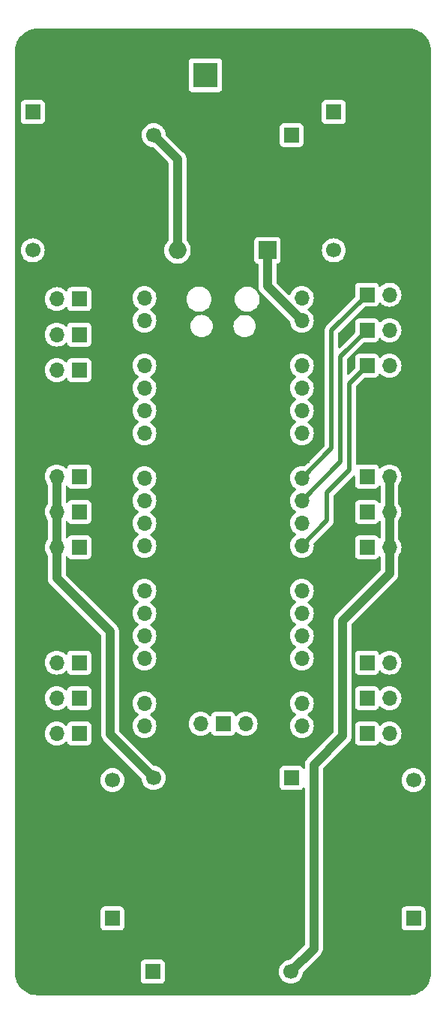
<source format=gbr>
%TF.GenerationSoftware,KiCad,Pcbnew,8.0.6*%
%TF.CreationDate,2024-12-18T16:53:39-05:00*%
%TF.ProjectId,hexapod,68657861-706f-4642-9e6b-696361645f70,rev?*%
%TF.SameCoordinates,Original*%
%TF.FileFunction,Copper,L2,Bot*%
%TF.FilePolarity,Positive*%
%FSLAX46Y46*%
G04 Gerber Fmt 4.6, Leading zero omitted, Abs format (unit mm)*
G04 Created by KiCad (PCBNEW 8.0.6) date 2024-12-18 16:53:39*
%MOMM*%
%LPD*%
G01*
G04 APERTURE LIST*
%TA.AperFunction,ComponentPad*%
%ADD10R,2.800000X2.800000*%
%TD*%
%TA.AperFunction,ComponentPad*%
%ADD11C,2.800000*%
%TD*%
%TA.AperFunction,ComponentPad*%
%ADD12R,1.700000X1.700000*%
%TD*%
%TA.AperFunction,ComponentPad*%
%ADD13O,1.700000X1.700000*%
%TD*%
%TA.AperFunction,ComponentPad*%
%ADD14R,2.000000X2.000000*%
%TD*%
%TA.AperFunction,ComponentPad*%
%ADD15O,2.000000X2.000000*%
%TD*%
%TA.AperFunction,ComponentPad*%
%ADD16C,1.700000*%
%TD*%
%TA.AperFunction,ViaPad*%
%ADD17C,3.500000*%
%TD*%
%TA.AperFunction,Conductor*%
%ADD18C,0.500000*%
%TD*%
%TA.AperFunction,Conductor*%
%ADD19C,1.000000*%
%TD*%
G04 APERTURE END LIST*
D10*
%TO.P,J19,1,Pin_1*%
%TO.N,/power*%
X98000000Y-50750000D03*
D11*
%TO.P,J19,2,Pin_2*%
%TO.N,GND*%
X103000000Y-50750000D03*
%TD*%
D12*
%TO.P,J16,1,Pin_1*%
%TO.N,/r3_j1*%
X116250000Y-117000000D03*
D13*
%TO.P,J16,2,Pin_2*%
%TO.N,/power_r3*%
X118790000Y-117000000D03*
%TO.P,J16,3,Pin_3*%
%TO.N,GND*%
X121330000Y-117000000D03*
%TD*%
D12*
%TO.P,J18,1,Pin_1*%
%TO.N,/r3_j3*%
X116250000Y-125000000D03*
D13*
%TO.P,J18,2,Pin_2*%
%TO.N,/power_r3*%
X118790000Y-125000000D03*
%TO.P,J18,3,Pin_3*%
%TO.N,GND*%
X121330000Y-125000000D03*
%TD*%
D14*
%TO.P,D1,1,K*%
%TO.N,Net-(D1-K)*%
X105000000Y-70500000D03*
D15*
%TO.P,D1,2,A*%
%TO.N,Net-(D1-A)*%
X94840000Y-70500000D03*
%TD*%
D12*
%TO.P,U4,1,+input*%
%TO.N,/power*%
X87500000Y-145850000D03*
D16*
%TO.P,U4,2,-input*%
%TO.N,GND*%
X78500000Y-145850000D03*
%TO.P,U4,3,+output*%
%TO.N,/power_l3*%
X87500000Y-130250000D03*
%TO.P,U4,4,-output*%
%TO.N,GND*%
X78500000Y-130250000D03*
%TD*%
D12*
%TO.P,U7,1,+input*%
%TO.N,/power*%
X121500000Y-145850000D03*
D16*
%TO.P,U7,2,-input*%
%TO.N,GND*%
X112500000Y-145850000D03*
%TO.P,U7,3,+output*%
%TO.N,/power_r3*%
X121500000Y-130250000D03*
%TO.P,U7,4,-output*%
%TO.N,GND*%
X112500000Y-130250000D03*
%TD*%
D12*
%TO.P,J10,1,Pin_1*%
%TO.N,/r1_j1*%
X116250000Y-75500000D03*
D13*
%TO.P,J10,2,Pin_2*%
%TO.N,/power_r1*%
X118790000Y-75500000D03*
%TO.P,J10,3,Pin_3*%
%TO.N,GND*%
X121330000Y-75500000D03*
%TD*%
D12*
%TO.P,J3,1,Pin_1*%
%TO.N,/l1_j3*%
X83750000Y-84000000D03*
D13*
%TO.P,J3,2,Pin_2*%
%TO.N,/power_l1*%
X81210000Y-84000000D03*
%TO.P,J3,3,Pin_3*%
%TO.N,GND*%
X78670000Y-84000000D03*
%TD*%
D12*
%TO.P,U5,1,+input*%
%TO.N,/power*%
X112500000Y-54900000D03*
D16*
%TO.P,U5,2,-input*%
%TO.N,GND*%
X121500000Y-54900000D03*
%TO.P,U5,3,+output*%
%TO.N,/power_r1*%
X112500000Y-70500000D03*
%TO.P,U5,4,-output*%
%TO.N,GND*%
X121500000Y-70500000D03*
%TD*%
D12*
%TO.P,J13,1,Pin_1*%
%TO.N,/r2_j1*%
X116250000Y-96000000D03*
D13*
%TO.P,J13,2,Pin_2*%
%TO.N,/power_r2*%
X118790000Y-96000000D03*
%TO.P,J13,3,Pin_3*%
%TO.N,GND*%
X121330000Y-96000000D03*
%TD*%
D12*
%TO.P,J1,1,Pin_1*%
%TO.N,/l1_j1*%
X83750000Y-76000000D03*
D13*
%TO.P,J1,2,Pin_2*%
%TO.N,/power_l1*%
X81210000Y-76000000D03*
%TO.P,J1,3,Pin_3*%
%TO.N,GND*%
X78670000Y-76000000D03*
%TD*%
D12*
%TO.P,U2,1,+input*%
%TO.N,/power*%
X78500000Y-54900000D03*
D16*
%TO.P,U2,2,-input*%
%TO.N,GND*%
X87500000Y-54900000D03*
%TO.P,U2,3,+output*%
%TO.N,/power_l1*%
X78500000Y-70500000D03*
%TO.P,U2,4,-output*%
%TO.N,GND*%
X87500000Y-70500000D03*
%TD*%
D12*
%TO.P,J11,1,Pin_1*%
%TO.N,/r1_j2*%
X116250000Y-79500000D03*
D13*
%TO.P,J11,2,Pin_2*%
%TO.N,/power_r1*%
X118790000Y-79500000D03*
%TO.P,J11,3,Pin_3*%
%TO.N,GND*%
X121330000Y-79500000D03*
%TD*%
D12*
%TO.P,U3,1,+input*%
%TO.N,/power*%
X107750000Y-130000000D03*
D16*
%TO.P,U3,2,-input*%
%TO.N,GND*%
X107750000Y-139000000D03*
%TO.P,U3,3,+output*%
%TO.N,/power_l2*%
X92150000Y-130000000D03*
%TO.P,U3,4,-output*%
%TO.N,GND*%
X92150000Y-139000000D03*
%TD*%
D12*
%TO.P,J4,1,Pin_1*%
%TO.N,/l2_j1*%
X83750000Y-96000000D03*
D13*
%TO.P,J4,2,Pin_2*%
%TO.N,/power_l2*%
X81210000Y-96000000D03*
%TO.P,J4,3,Pin_3*%
%TO.N,GND*%
X78670000Y-96000000D03*
%TD*%
D12*
%TO.P,U8,1,+input*%
%TO.N,/power*%
X107750000Y-57500000D03*
D16*
%TO.P,U8,2,-input*%
%TO.N,GND*%
X107750000Y-66500000D03*
%TO.P,U8,3,+output*%
%TO.N,Net-(D1-A)*%
X92150000Y-57500000D03*
%TO.P,U8,4,-output*%
%TO.N,GND*%
X92150000Y-66500000D03*
%TD*%
D12*
%TO.P,J6,1,Pin_1*%
%TO.N,/l2_j3*%
X83750000Y-104000000D03*
D13*
%TO.P,J6,2,Pin_2*%
%TO.N,/power_l2*%
X81210000Y-104000000D03*
%TO.P,J6,3,Pin_3*%
%TO.N,GND*%
X78670000Y-104000000D03*
%TD*%
D12*
%TO.P,U6,1,+input*%
%TO.N,/power*%
X92050000Y-151850000D03*
D16*
%TO.P,U6,2,-input*%
%TO.N,GND*%
X92050000Y-142850000D03*
%TO.P,U6,3,+output*%
%TO.N,/power_r2*%
X107650000Y-151850000D03*
%TO.P,U6,4,-output*%
%TO.N,GND*%
X107650000Y-142850000D03*
%TD*%
D12*
%TO.P,J9,1,Pin_1*%
%TO.N,/l3_j3*%
X83750000Y-125000000D03*
D13*
%TO.P,J9,2,Pin_2*%
%TO.N,/power_l3*%
X81210000Y-125000000D03*
%TO.P,J9,3,Pin_3*%
%TO.N,GND*%
X78670000Y-125000000D03*
%TD*%
D12*
%TO.P,J8,1,Pin_1*%
%TO.N,/l3_j2*%
X83750000Y-121000000D03*
D13*
%TO.P,J8,2,Pin_2*%
%TO.N,/power_l3*%
X81210000Y-121000000D03*
%TO.P,J8,3,Pin_3*%
%TO.N,GND*%
X78670000Y-121000000D03*
%TD*%
D12*
%TO.P,J2,1,Pin_1*%
%TO.N,/l1_j2*%
X83750000Y-80000000D03*
D13*
%TO.P,J2,2,Pin_2*%
%TO.N,/power_l1*%
X81210000Y-80000000D03*
%TO.P,J2,3,Pin_3*%
%TO.N,GND*%
X78670000Y-80000000D03*
%TD*%
%TO.P,U1,1,GPIO0*%
%TO.N,/l1_j1*%
X91110000Y-75870000D03*
%TO.P,U1,2,GPIO1*%
%TO.N,/l1_j2*%
X91110000Y-78410000D03*
D12*
%TO.P,U1,3,GND*%
%TO.N,GND*%
X91110000Y-80950000D03*
D13*
%TO.P,U1,4,GPIO2*%
%TO.N,/l1_j3*%
X91110000Y-83490000D03*
%TO.P,U1,5,GPIO3*%
%TO.N,unconnected-(U1-GPIO3-Pad5)*%
X91110000Y-86030000D03*
%TO.P,U1,6,GPIO4*%
%TO.N,unconnected-(U1-GPIO4-Pad6)*%
X91110000Y-88570000D03*
%TO.P,U1,7,GPIO5*%
%TO.N,unconnected-(U1-GPIO5-Pad7)*%
X91110000Y-91110000D03*
D12*
%TO.P,U1,8,GND*%
%TO.N,GND*%
X91110000Y-93650000D03*
D13*
%TO.P,U1,9,GPIO6*%
%TO.N,/l2_j1*%
X91110000Y-96190000D03*
%TO.P,U1,10,GPIO7*%
%TO.N,/l2_j2*%
X91110000Y-98730000D03*
%TO.P,U1,11,GPIO8*%
%TO.N,/l2_j3*%
X91110000Y-101270000D03*
%TO.P,U1,12,GPIO9*%
%TO.N,unconnected-(U1-GPIO9-Pad12)*%
X91110000Y-103810000D03*
D12*
%TO.P,U1,13,GND*%
%TO.N,GND*%
X91110000Y-106350000D03*
D13*
%TO.P,U1,14,GPIO10*%
%TO.N,unconnected-(U1-GPIO10-Pad14)*%
X91110000Y-108890000D03*
%TO.P,U1,15,GPIO11*%
%TO.N,unconnected-(U1-GPIO11-Pad15)*%
X91110000Y-111430000D03*
%TO.P,U1,16,GPIO12*%
%TO.N,unconnected-(U1-GPIO12-Pad16)*%
X91110000Y-113970000D03*
%TO.P,U1,17,GPIO13*%
%TO.N,/l3_j1*%
X91110000Y-116510000D03*
D12*
%TO.P,U1,18,GND*%
%TO.N,GND*%
X91110000Y-119050000D03*
D13*
%TO.P,U1,19,GPIO14*%
%TO.N,/l3_j2*%
X91110000Y-121590000D03*
%TO.P,U1,20,GPIO15*%
%TO.N,/l3_j3*%
X91110000Y-124130000D03*
%TO.P,U1,21,GPIO16*%
%TO.N,/r3_j3*%
X108890000Y-124130000D03*
%TO.P,U1,22,GPIO17*%
%TO.N,/r3_j2*%
X108890000Y-121590000D03*
D12*
%TO.P,U1,23,GND*%
%TO.N,GND*%
X108890000Y-119050000D03*
D13*
%TO.P,U1,24,GPIO18*%
%TO.N,/r3_j1*%
X108890000Y-116510000D03*
%TO.P,U1,25,GPIO19*%
%TO.N,/r2_j3*%
X108890000Y-113970000D03*
%TO.P,U1,26,GPIO20*%
%TO.N,/r2_j2*%
X108890000Y-111430000D03*
%TO.P,U1,27,GPIO21*%
%TO.N,/r2_j1*%
X108890000Y-108890000D03*
D12*
%TO.P,U1,28,GND*%
%TO.N,GND*%
X108890000Y-106350000D03*
D13*
%TO.P,U1,29,GPIO22*%
%TO.N,/r1_j3*%
X108890000Y-103810000D03*
%TO.P,U1,30,RUN*%
%TO.N,unconnected-(U1-RUN-Pad30)*%
X108890000Y-101270000D03*
%TO.P,U1,31,GPIO26_ADC0*%
%TO.N,/r1_j2*%
X108890000Y-98730000D03*
%TO.P,U1,32,GPIO27_ADC1*%
%TO.N,/r1_j1*%
X108890000Y-96190000D03*
D12*
%TO.P,U1,33,AGND*%
%TO.N,GND*%
X108890000Y-93650000D03*
D13*
%TO.P,U1,34,GPIO28_ADC2*%
%TO.N,unconnected-(U1-GPIO28_ADC2-Pad34)*%
X108890000Y-91110000D03*
%TO.P,U1,35,ADC_VREF*%
%TO.N,unconnected-(U1-ADC_VREF-Pad35)*%
X108890000Y-88570000D03*
%TO.P,U1,36,3V3*%
%TO.N,unconnected-(U1-3V3-Pad36)*%
X108890000Y-86030000D03*
%TO.P,U1,37,3V3_EN*%
%TO.N,unconnected-(U1-3V3_EN-Pad37)*%
X108890000Y-83490000D03*
D12*
%TO.P,U1,38,GND*%
%TO.N,GND*%
X108890000Y-80950000D03*
D13*
%TO.P,U1,39,VSYS*%
%TO.N,Net-(D1-K)*%
X108890000Y-78410000D03*
%TO.P,U1,40,VBUS*%
%TO.N,unconnected-(U1-VBUS-Pad40)*%
X108890000Y-75870000D03*
%TO.P,U1,41,SWCLK*%
%TO.N,unconnected-(U1-SWCLK-Pad41)*%
X97460000Y-123900000D03*
D12*
%TO.P,U1,42,GND*%
%TO.N,unconnected-(U1-GND-Pad42)*%
X100000000Y-123900000D03*
D13*
%TO.P,U1,43,SWDIO*%
%TO.N,unconnected-(U1-SWDIO-Pad43)*%
X102540000Y-123900000D03*
%TD*%
D12*
%TO.P,J5,1,Pin_1*%
%TO.N,/l2_j2*%
X83750000Y-100000000D03*
D13*
%TO.P,J5,2,Pin_2*%
%TO.N,/power_l2*%
X81210000Y-100000000D03*
%TO.P,J5,3,Pin_3*%
%TO.N,GND*%
X78670000Y-100000000D03*
%TD*%
D12*
%TO.P,J12,1,Pin_1*%
%TO.N,/r1_j3*%
X116250000Y-83500000D03*
D13*
%TO.P,J12,2,Pin_2*%
%TO.N,/power_r1*%
X118790000Y-83500000D03*
%TO.P,J12,3,Pin_3*%
%TO.N,GND*%
X121330000Y-83500000D03*
%TD*%
D12*
%TO.P,J15,1,Pin_1*%
%TO.N,/r2_j3*%
X116250000Y-104000000D03*
D13*
%TO.P,J15,2,Pin_2*%
%TO.N,/power_r2*%
X118790000Y-104000000D03*
%TO.P,J15,3,Pin_3*%
%TO.N,GND*%
X121330000Y-104000000D03*
%TD*%
D12*
%TO.P,J7,1,Pin_1*%
%TO.N,/l3_j1*%
X83750000Y-117000000D03*
D13*
%TO.P,J7,2,Pin_2*%
%TO.N,/power_l3*%
X81210000Y-117000000D03*
%TO.P,J7,3,Pin_3*%
%TO.N,GND*%
X78670000Y-117000000D03*
%TD*%
D12*
%TO.P,J17,1,Pin_1*%
%TO.N,/r3_j2*%
X116250000Y-121000000D03*
D13*
%TO.P,J17,2,Pin_2*%
%TO.N,/power_r3*%
X118790000Y-121000000D03*
%TO.P,J17,3,Pin_3*%
%TO.N,GND*%
X121330000Y-121000000D03*
%TD*%
D12*
%TO.P,J14,1,Pin_1*%
%TO.N,/r2_j2*%
X116250000Y-100000000D03*
D13*
%TO.P,J14,2,Pin_2*%
%TO.N,/power_r2*%
X118790000Y-100000000D03*
%TO.P,J14,3,Pin_3*%
%TO.N,GND*%
X121330000Y-100000000D03*
%TD*%
D17*
%TO.N,GND*%
X115500000Y-150500000D03*
X84500000Y-49500000D03*
X115500000Y-49500000D03*
X84500000Y-150500000D03*
%TD*%
D18*
%TO.N,/r1_j1*%
X112250000Y-92830000D02*
X112250000Y-79500000D01*
X108890000Y-96190000D02*
X112250000Y-92830000D01*
X112250000Y-79500000D02*
X116250000Y-75500000D01*
%TO.N,/r1_j2*%
X113250000Y-82500000D02*
X116250000Y-79500000D01*
X108890000Y-98730000D02*
X113250000Y-94370000D01*
X113250000Y-94370000D02*
X113250000Y-82500000D01*
%TO.N,/r1_j3*%
X114250000Y-95300000D02*
X114250000Y-85500000D01*
X108890000Y-103810000D02*
X111750000Y-100950000D01*
X111750000Y-100950000D02*
X111750000Y-97800000D01*
X111750000Y-97800000D02*
X114250000Y-95300000D01*
X114250000Y-85500000D02*
X116250000Y-83500000D01*
D19*
%TO.N,/power_r2*%
X113500000Y-112250000D02*
X113500000Y-125250000D01*
X118790000Y-96000000D02*
X118790000Y-100000000D01*
X118790000Y-106960000D02*
X113500000Y-112250000D01*
X110250000Y-128500000D02*
X110250000Y-149250000D01*
X113500000Y-125250000D02*
X110250000Y-128500000D01*
X110250000Y-149250000D02*
X107650000Y-151850000D01*
X118790000Y-100000000D02*
X118790000Y-104000000D01*
X118790000Y-104000000D02*
X118790000Y-106960000D01*
%TO.N,/power_l2*%
X81210000Y-104000000D02*
X81210000Y-100000000D01*
X87250000Y-125100000D02*
X87250000Y-113500000D01*
X92150000Y-130000000D02*
X87250000Y-125100000D01*
X81210000Y-96000000D02*
X81210000Y-100000000D01*
X87250000Y-113500000D02*
X81210000Y-107460000D01*
X81210000Y-107460000D02*
X81210000Y-104000000D01*
%TO.N,Net-(D1-K)*%
X105000000Y-74520000D02*
X105000000Y-70500000D01*
X108890000Y-78410000D02*
X105000000Y-74520000D01*
%TO.N,Net-(D1-A)*%
X94840000Y-60190000D02*
X94840000Y-70500000D01*
X92150000Y-57500000D02*
X94840000Y-60190000D01*
%TD*%
%TA.AperFunction,Conductor*%
%TO.N,GND*%
G36*
X121003736Y-45500726D02*
G01*
X121293796Y-45518271D01*
X121308659Y-45520076D01*
X121590798Y-45571780D01*
X121605335Y-45575363D01*
X121879172Y-45660695D01*
X121893163Y-45666000D01*
X122154743Y-45783727D01*
X122167989Y-45790680D01*
X122413465Y-45939075D01*
X122425776Y-45947573D01*
X122651573Y-46124473D01*
X122662781Y-46134403D01*
X122865596Y-46337218D01*
X122875526Y-46348426D01*
X122995481Y-46501538D01*
X123052422Y-46574217D01*
X123060928Y-46586540D01*
X123209316Y-46832004D01*
X123216275Y-46845263D01*
X123333997Y-47106831D01*
X123339306Y-47120832D01*
X123424635Y-47394663D01*
X123428219Y-47409201D01*
X123479923Y-47691340D01*
X123481728Y-47706205D01*
X123499274Y-47996263D01*
X123499500Y-48003750D01*
X123499500Y-151996249D01*
X123499274Y-152003736D01*
X123481728Y-152293794D01*
X123479923Y-152308659D01*
X123428219Y-152590798D01*
X123424635Y-152605336D01*
X123339306Y-152879167D01*
X123333997Y-152893168D01*
X123216275Y-153154736D01*
X123209316Y-153167995D01*
X123060928Y-153413459D01*
X123052422Y-153425782D01*
X122875526Y-153651573D01*
X122865596Y-153662781D01*
X122662781Y-153865596D01*
X122651573Y-153875526D01*
X122425782Y-154052422D01*
X122413459Y-154060928D01*
X122167995Y-154209316D01*
X122154736Y-154216275D01*
X121893168Y-154333997D01*
X121879167Y-154339306D01*
X121605336Y-154424635D01*
X121590798Y-154428219D01*
X121308659Y-154479923D01*
X121293794Y-154481728D01*
X121003736Y-154499274D01*
X120996249Y-154499500D01*
X79003751Y-154499500D01*
X78996264Y-154499274D01*
X78706205Y-154481728D01*
X78691340Y-154479923D01*
X78409201Y-154428219D01*
X78394663Y-154424635D01*
X78120832Y-154339306D01*
X78106831Y-154333997D01*
X77845263Y-154216275D01*
X77832004Y-154209316D01*
X77586540Y-154060928D01*
X77574217Y-154052422D01*
X77348426Y-153875526D01*
X77337218Y-153865596D01*
X77134403Y-153662781D01*
X77124473Y-153651573D01*
X76947573Y-153425776D01*
X76939075Y-153413465D01*
X76790680Y-153167989D01*
X76783727Y-153154743D01*
X76666000Y-152893163D01*
X76660693Y-152879167D01*
X76638355Y-152807483D01*
X76575363Y-152605335D01*
X76571780Y-152590798D01*
X76520076Y-152308659D01*
X76518271Y-152293794D01*
X76500726Y-152003736D01*
X76500500Y-151996249D01*
X76500500Y-150952135D01*
X90699500Y-150952135D01*
X90699500Y-152747870D01*
X90699501Y-152747876D01*
X90705908Y-152807483D01*
X90756202Y-152942328D01*
X90756206Y-152942335D01*
X90842452Y-153057544D01*
X90842455Y-153057547D01*
X90957664Y-153143793D01*
X90957671Y-153143797D01*
X91092517Y-153194091D01*
X91092516Y-153194091D01*
X91099444Y-153194835D01*
X91152127Y-153200500D01*
X92947872Y-153200499D01*
X93007483Y-153194091D01*
X93142331Y-153143796D01*
X93257546Y-153057546D01*
X93343796Y-152942331D01*
X93394091Y-152807483D01*
X93400500Y-152747873D01*
X93400499Y-151849999D01*
X106294341Y-151849999D01*
X106294341Y-151850000D01*
X106314936Y-152085403D01*
X106314938Y-152085413D01*
X106376094Y-152313655D01*
X106376096Y-152313659D01*
X106376097Y-152313663D01*
X106469633Y-152514250D01*
X106475965Y-152527830D01*
X106475967Y-152527834D01*
X106530235Y-152605336D01*
X106611505Y-152721401D01*
X106778599Y-152888495D01*
X106875384Y-152956265D01*
X106972165Y-153024032D01*
X106972167Y-153024033D01*
X106972170Y-153024035D01*
X107186337Y-153123903D01*
X107414592Y-153185063D01*
X107591034Y-153200500D01*
X107649999Y-153205659D01*
X107650000Y-153205659D01*
X107650001Y-153205659D01*
X107708966Y-153200500D01*
X107885408Y-153185063D01*
X108113663Y-153123903D01*
X108327830Y-153024035D01*
X108521401Y-152888495D01*
X108688495Y-152721401D01*
X108824035Y-152527830D01*
X108923903Y-152313663D01*
X108985063Y-152085408D01*
X108996043Y-151959901D01*
X109021495Y-151894834D01*
X109031882Y-151883037D01*
X111027139Y-149887782D01*
X111136632Y-149723914D01*
X111212051Y-149541835D01*
X111250500Y-149348541D01*
X111250500Y-144952135D01*
X120149500Y-144952135D01*
X120149500Y-146747870D01*
X120149501Y-146747876D01*
X120155908Y-146807483D01*
X120206202Y-146942328D01*
X120206206Y-146942335D01*
X120292452Y-147057544D01*
X120292455Y-147057547D01*
X120407664Y-147143793D01*
X120407671Y-147143797D01*
X120542517Y-147194091D01*
X120542516Y-147194091D01*
X120549444Y-147194835D01*
X120602127Y-147200500D01*
X122397872Y-147200499D01*
X122457483Y-147194091D01*
X122592331Y-147143796D01*
X122707546Y-147057546D01*
X122793796Y-146942331D01*
X122844091Y-146807483D01*
X122850500Y-146747873D01*
X122850499Y-144952128D01*
X122844091Y-144892517D01*
X122793796Y-144757669D01*
X122793795Y-144757668D01*
X122793793Y-144757664D01*
X122707547Y-144642455D01*
X122707544Y-144642452D01*
X122592335Y-144556206D01*
X122592328Y-144556202D01*
X122457482Y-144505908D01*
X122457483Y-144505908D01*
X122397883Y-144499501D01*
X122397881Y-144499500D01*
X122397873Y-144499500D01*
X122397864Y-144499500D01*
X120602129Y-144499500D01*
X120602123Y-144499501D01*
X120542516Y-144505908D01*
X120407671Y-144556202D01*
X120407664Y-144556206D01*
X120292455Y-144642452D01*
X120292452Y-144642455D01*
X120206206Y-144757664D01*
X120206202Y-144757671D01*
X120155908Y-144892517D01*
X120149501Y-144952116D01*
X120149501Y-144952123D01*
X120149500Y-144952135D01*
X111250500Y-144952135D01*
X111250500Y-130249999D01*
X120144341Y-130249999D01*
X120144341Y-130250000D01*
X120164936Y-130485403D01*
X120164938Y-130485413D01*
X120226094Y-130713655D01*
X120226096Y-130713659D01*
X120226097Y-130713663D01*
X120299649Y-130871395D01*
X120325965Y-130927830D01*
X120325967Y-130927834D01*
X120424769Y-131068936D01*
X120461505Y-131121401D01*
X120628599Y-131288495D01*
X120695102Y-131335061D01*
X120822165Y-131424032D01*
X120822167Y-131424033D01*
X120822170Y-131424035D01*
X121036337Y-131523903D01*
X121264592Y-131585063D01*
X121452918Y-131601539D01*
X121499999Y-131605659D01*
X121500000Y-131605659D01*
X121500001Y-131605659D01*
X121539234Y-131602226D01*
X121735408Y-131585063D01*
X121963663Y-131523903D01*
X122177830Y-131424035D01*
X122371401Y-131288495D01*
X122538495Y-131121401D01*
X122674035Y-130927830D01*
X122773903Y-130713663D01*
X122835063Y-130485408D01*
X122855659Y-130250000D01*
X122835063Y-130014592D01*
X122773903Y-129786337D01*
X122674035Y-129572171D01*
X122648943Y-129536335D01*
X122538494Y-129378597D01*
X122371402Y-129211506D01*
X122371395Y-129211501D01*
X122177834Y-129075967D01*
X122177830Y-129075965D01*
X122177828Y-129075964D01*
X121963663Y-128976097D01*
X121963659Y-128976096D01*
X121963655Y-128976094D01*
X121735413Y-128914938D01*
X121735403Y-128914936D01*
X121500001Y-128894341D01*
X121499999Y-128894341D01*
X121264596Y-128914936D01*
X121264586Y-128914938D01*
X121036344Y-128976094D01*
X121036335Y-128976098D01*
X120822171Y-129075964D01*
X120822169Y-129075965D01*
X120628597Y-129211505D01*
X120461505Y-129378597D01*
X120325965Y-129572169D01*
X120325964Y-129572171D01*
X120226098Y-129786335D01*
X120226094Y-129786344D01*
X120164938Y-130014586D01*
X120164936Y-130014596D01*
X120144341Y-130249999D01*
X111250500Y-130249999D01*
X111250500Y-128965781D01*
X111270185Y-128898742D01*
X111286814Y-128878105D01*
X114137778Y-126027141D01*
X114137782Y-126027139D01*
X114277139Y-125887782D01*
X114386632Y-125723914D01*
X114462051Y-125541835D01*
X114462051Y-125541832D01*
X114462053Y-125541828D01*
X114475562Y-125473915D01*
X114500499Y-125348544D01*
X114500500Y-125348541D01*
X114500500Y-124102135D01*
X114899500Y-124102135D01*
X114899500Y-125897870D01*
X114899501Y-125897876D01*
X114905908Y-125957483D01*
X114956202Y-126092328D01*
X114956206Y-126092335D01*
X115042452Y-126207544D01*
X115042455Y-126207547D01*
X115157664Y-126293793D01*
X115157671Y-126293797D01*
X115292517Y-126344091D01*
X115292516Y-126344091D01*
X115299444Y-126344835D01*
X115352127Y-126350500D01*
X117147872Y-126350499D01*
X117207483Y-126344091D01*
X117342331Y-126293796D01*
X117457546Y-126207546D01*
X117543796Y-126092331D01*
X117592810Y-125960916D01*
X117634681Y-125904984D01*
X117700145Y-125880566D01*
X117768418Y-125895417D01*
X117796673Y-125916569D01*
X117918599Y-126038495D01*
X118015384Y-126106265D01*
X118112165Y-126174032D01*
X118112167Y-126174033D01*
X118112170Y-126174035D01*
X118326337Y-126273903D01*
X118554592Y-126335063D01*
X118731034Y-126350500D01*
X118789999Y-126355659D01*
X118790000Y-126355659D01*
X118790001Y-126355659D01*
X118848966Y-126350500D01*
X119025408Y-126335063D01*
X119253663Y-126273903D01*
X119467830Y-126174035D01*
X119661401Y-126038495D01*
X119828495Y-125871401D01*
X119964035Y-125677830D01*
X120063903Y-125463663D01*
X120125063Y-125235408D01*
X120145659Y-125000000D01*
X120125063Y-124764592D01*
X120063903Y-124536337D01*
X119964035Y-124322171D01*
X119833267Y-124135413D01*
X119828494Y-124128597D01*
X119661402Y-123961506D01*
X119661395Y-123961501D01*
X119467834Y-123825967D01*
X119467830Y-123825965D01*
X119467828Y-123825964D01*
X119253663Y-123726097D01*
X119253659Y-123726096D01*
X119253655Y-123726094D01*
X119025413Y-123664938D01*
X119025403Y-123664936D01*
X118790001Y-123644341D01*
X118789999Y-123644341D01*
X118554596Y-123664936D01*
X118554586Y-123664938D01*
X118326344Y-123726094D01*
X118326335Y-123726098D01*
X118112171Y-123825964D01*
X118112169Y-123825965D01*
X117918600Y-123961503D01*
X117796673Y-124083430D01*
X117735350Y-124116914D01*
X117665658Y-124111930D01*
X117609725Y-124070058D01*
X117592810Y-124039081D01*
X117543797Y-123907671D01*
X117543793Y-123907664D01*
X117457547Y-123792455D01*
X117457544Y-123792452D01*
X117342335Y-123706206D01*
X117342328Y-123706202D01*
X117207482Y-123655908D01*
X117207483Y-123655908D01*
X117147883Y-123649501D01*
X117147881Y-123649500D01*
X117147873Y-123649500D01*
X117147864Y-123649500D01*
X115352129Y-123649500D01*
X115352123Y-123649501D01*
X115292516Y-123655908D01*
X115157671Y-123706202D01*
X115157664Y-123706206D01*
X115042455Y-123792452D01*
X115042452Y-123792455D01*
X114956206Y-123907664D01*
X114956202Y-123907671D01*
X114905908Y-124042517D01*
X114899501Y-124102116D01*
X114899501Y-124102123D01*
X114899500Y-124102135D01*
X114500500Y-124102135D01*
X114500500Y-120102135D01*
X114899500Y-120102135D01*
X114899500Y-121897870D01*
X114899501Y-121897876D01*
X114905908Y-121957483D01*
X114956202Y-122092328D01*
X114956206Y-122092335D01*
X115042452Y-122207544D01*
X115042455Y-122207547D01*
X115157664Y-122293793D01*
X115157671Y-122293797D01*
X115292517Y-122344091D01*
X115292516Y-122344091D01*
X115299444Y-122344835D01*
X115352127Y-122350500D01*
X117147872Y-122350499D01*
X117207483Y-122344091D01*
X117342331Y-122293796D01*
X117457546Y-122207546D01*
X117543796Y-122092331D01*
X117592810Y-121960916D01*
X117634681Y-121904984D01*
X117700145Y-121880566D01*
X117768418Y-121895417D01*
X117796673Y-121916569D01*
X117918599Y-122038495D01*
X118015384Y-122106265D01*
X118112165Y-122174032D01*
X118112167Y-122174033D01*
X118112170Y-122174035D01*
X118326337Y-122273903D01*
X118554592Y-122335063D01*
X118731034Y-122350500D01*
X118789999Y-122355659D01*
X118790000Y-122355659D01*
X118790001Y-122355659D01*
X118848966Y-122350500D01*
X119025408Y-122335063D01*
X119253663Y-122273903D01*
X119467830Y-122174035D01*
X119661401Y-122038495D01*
X119828495Y-121871401D01*
X119964035Y-121677830D01*
X120063903Y-121463663D01*
X120125063Y-121235408D01*
X120145659Y-121000000D01*
X120125063Y-120764592D01*
X120078626Y-120591285D01*
X120063905Y-120536344D01*
X120063904Y-120536343D01*
X120063903Y-120536337D01*
X119964035Y-120322171D01*
X119916959Y-120254938D01*
X119828494Y-120128597D01*
X119661402Y-119961506D01*
X119661395Y-119961501D01*
X119467834Y-119825967D01*
X119467830Y-119825965D01*
X119467828Y-119825964D01*
X119253663Y-119726097D01*
X119253659Y-119726096D01*
X119253655Y-119726094D01*
X119025413Y-119664938D01*
X119025403Y-119664936D01*
X118790001Y-119644341D01*
X118789999Y-119644341D01*
X118554596Y-119664936D01*
X118554586Y-119664938D01*
X118326344Y-119726094D01*
X118326335Y-119726098D01*
X118112171Y-119825964D01*
X118112169Y-119825965D01*
X117918600Y-119961503D01*
X117796673Y-120083430D01*
X117735350Y-120116914D01*
X117665658Y-120111930D01*
X117609725Y-120070058D01*
X117592810Y-120039081D01*
X117543797Y-119907671D01*
X117543793Y-119907664D01*
X117457547Y-119792455D01*
X117457544Y-119792452D01*
X117342335Y-119706206D01*
X117342328Y-119706202D01*
X117207482Y-119655908D01*
X117207483Y-119655908D01*
X117147883Y-119649501D01*
X117147881Y-119649500D01*
X117147873Y-119649500D01*
X117147864Y-119649500D01*
X115352129Y-119649500D01*
X115352123Y-119649501D01*
X115292516Y-119655908D01*
X115157671Y-119706202D01*
X115157664Y-119706206D01*
X115042455Y-119792452D01*
X115042452Y-119792455D01*
X114956206Y-119907664D01*
X114956202Y-119907671D01*
X114905908Y-120042517D01*
X114899501Y-120102116D01*
X114899501Y-120102123D01*
X114899500Y-120102135D01*
X114500500Y-120102135D01*
X114500500Y-116102135D01*
X114899500Y-116102135D01*
X114899500Y-117897870D01*
X114899501Y-117897876D01*
X114905908Y-117957483D01*
X114956202Y-118092328D01*
X114956206Y-118092335D01*
X115042452Y-118207544D01*
X115042455Y-118207547D01*
X115157664Y-118293793D01*
X115157671Y-118293797D01*
X115292517Y-118344091D01*
X115292516Y-118344091D01*
X115299444Y-118344835D01*
X115352127Y-118350500D01*
X117147872Y-118350499D01*
X117207483Y-118344091D01*
X117342331Y-118293796D01*
X117457546Y-118207546D01*
X117543796Y-118092331D01*
X117592810Y-117960916D01*
X117634681Y-117904984D01*
X117700145Y-117880566D01*
X117768418Y-117895417D01*
X117796673Y-117916569D01*
X117918599Y-118038495D01*
X118015384Y-118106265D01*
X118112165Y-118174032D01*
X118112167Y-118174033D01*
X118112170Y-118174035D01*
X118326337Y-118273903D01*
X118554592Y-118335063D01*
X118731034Y-118350500D01*
X118789999Y-118355659D01*
X118790000Y-118355659D01*
X118790001Y-118355659D01*
X118848966Y-118350500D01*
X119025408Y-118335063D01*
X119253663Y-118273903D01*
X119467830Y-118174035D01*
X119661401Y-118038495D01*
X119828495Y-117871401D01*
X119964035Y-117677830D01*
X120063903Y-117463663D01*
X120125063Y-117235408D01*
X120145659Y-117000000D01*
X120125063Y-116764592D01*
X120063903Y-116536337D01*
X119964035Y-116322171D01*
X119828495Y-116128599D01*
X119828494Y-116128597D01*
X119661402Y-115961506D01*
X119661395Y-115961501D01*
X119467834Y-115825967D01*
X119467830Y-115825965D01*
X119467828Y-115825964D01*
X119253663Y-115726097D01*
X119253659Y-115726096D01*
X119253655Y-115726094D01*
X119025413Y-115664938D01*
X119025403Y-115664936D01*
X118790001Y-115644341D01*
X118789999Y-115644341D01*
X118554596Y-115664936D01*
X118554586Y-115664938D01*
X118326344Y-115726094D01*
X118326335Y-115726098D01*
X118112171Y-115825964D01*
X118112169Y-115825965D01*
X117918600Y-115961503D01*
X117796673Y-116083430D01*
X117735350Y-116116914D01*
X117665658Y-116111930D01*
X117609725Y-116070058D01*
X117592810Y-116039081D01*
X117543797Y-115907671D01*
X117543793Y-115907664D01*
X117457547Y-115792455D01*
X117457544Y-115792452D01*
X117342335Y-115706206D01*
X117342328Y-115706202D01*
X117207482Y-115655908D01*
X117207483Y-115655908D01*
X117147883Y-115649501D01*
X117147881Y-115649500D01*
X117147873Y-115649500D01*
X117147864Y-115649500D01*
X115352129Y-115649500D01*
X115352123Y-115649501D01*
X115292516Y-115655908D01*
X115157671Y-115706202D01*
X115157664Y-115706206D01*
X115042455Y-115792452D01*
X115042452Y-115792455D01*
X114956206Y-115907664D01*
X114956202Y-115907671D01*
X114905908Y-116042517D01*
X114899501Y-116102116D01*
X114899501Y-116102123D01*
X114899500Y-116102135D01*
X114500500Y-116102135D01*
X114500500Y-112715782D01*
X114520185Y-112648743D01*
X114536819Y-112628101D01*
X117051919Y-110113002D01*
X119567140Y-107597781D01*
X119609529Y-107534341D01*
X119676632Y-107433914D01*
X119752051Y-107251835D01*
X119790500Y-107058541D01*
X119790500Y-104960758D01*
X119810185Y-104893719D01*
X119826819Y-104873077D01*
X119828495Y-104871401D01*
X119964035Y-104677830D01*
X120063903Y-104463663D01*
X120125063Y-104235408D01*
X120145659Y-104000000D01*
X120125063Y-103764592D01*
X120063903Y-103536337D01*
X119964035Y-103322171D01*
X119830997Y-103132171D01*
X119828494Y-103128597D01*
X119826819Y-103126922D01*
X119826315Y-103126000D01*
X119825014Y-103124449D01*
X119825325Y-103124187D01*
X119793334Y-103065599D01*
X119790500Y-103039241D01*
X119790500Y-100960758D01*
X119810185Y-100893719D01*
X119826819Y-100873077D01*
X119828495Y-100871401D01*
X119964035Y-100677830D01*
X120063903Y-100463663D01*
X120125063Y-100235408D01*
X120145659Y-100000000D01*
X120143690Y-99977500D01*
X120136772Y-99898425D01*
X120125063Y-99764592D01*
X120063903Y-99536337D01*
X119964035Y-99322171D01*
X119874054Y-99193663D01*
X119828494Y-99128597D01*
X119826819Y-99126922D01*
X119826315Y-99126000D01*
X119825014Y-99124449D01*
X119825325Y-99124187D01*
X119793334Y-99065599D01*
X119790500Y-99039241D01*
X119790500Y-96960758D01*
X119810185Y-96893719D01*
X119826819Y-96873077D01*
X119828495Y-96871401D01*
X119964035Y-96677830D01*
X120063903Y-96463663D01*
X120125063Y-96235408D01*
X120145659Y-96000000D01*
X120125063Y-95764592D01*
X120063903Y-95536337D01*
X119964035Y-95322171D01*
X119961533Y-95318597D01*
X119828494Y-95128597D01*
X119661402Y-94961506D01*
X119661395Y-94961501D01*
X119467834Y-94825967D01*
X119467830Y-94825965D01*
X119448883Y-94817130D01*
X119253663Y-94726097D01*
X119253659Y-94726096D01*
X119253655Y-94726094D01*
X119025413Y-94664938D01*
X119025403Y-94664936D01*
X118790001Y-94644341D01*
X118789999Y-94644341D01*
X118554596Y-94664936D01*
X118554586Y-94664938D01*
X118326344Y-94726094D01*
X118326335Y-94726098D01*
X118112171Y-94825964D01*
X118112169Y-94825965D01*
X117918600Y-94961503D01*
X117796673Y-95083430D01*
X117735350Y-95116914D01*
X117665658Y-95111930D01*
X117609725Y-95070058D01*
X117592810Y-95039081D01*
X117543797Y-94907671D01*
X117543793Y-94907664D01*
X117457547Y-94792455D01*
X117457544Y-94792452D01*
X117342335Y-94706206D01*
X117342328Y-94706202D01*
X117207482Y-94655908D01*
X117207483Y-94655908D01*
X117147883Y-94649501D01*
X117147881Y-94649500D01*
X117147873Y-94649500D01*
X117147864Y-94649500D01*
X115352129Y-94649500D01*
X115352123Y-94649501D01*
X115292515Y-94655909D01*
X115167832Y-94702412D01*
X115098141Y-94707396D01*
X115036818Y-94673910D01*
X115003334Y-94612587D01*
X115000500Y-94586230D01*
X115000500Y-85862228D01*
X115020185Y-85795189D01*
X115036815Y-85774551D01*
X115924548Y-84886817D01*
X115985871Y-84853333D01*
X116012229Y-84850499D01*
X117147871Y-84850499D01*
X117147872Y-84850499D01*
X117207483Y-84844091D01*
X117342331Y-84793796D01*
X117457546Y-84707546D01*
X117543796Y-84592331D01*
X117592810Y-84460916D01*
X117634681Y-84404984D01*
X117700145Y-84380566D01*
X117768418Y-84395417D01*
X117796673Y-84416569D01*
X117918599Y-84538495D01*
X118015384Y-84606265D01*
X118112165Y-84674032D01*
X118112167Y-84674033D01*
X118112170Y-84674035D01*
X118326337Y-84773903D01*
X118554592Y-84835063D01*
X118742918Y-84851539D01*
X118789999Y-84855659D01*
X118790000Y-84855659D01*
X118790001Y-84855659D01*
X118829234Y-84852226D01*
X119025408Y-84835063D01*
X119253663Y-84773903D01*
X119467830Y-84674035D01*
X119661401Y-84538495D01*
X119828495Y-84371401D01*
X119964035Y-84177830D01*
X120063903Y-83963663D01*
X120125063Y-83735408D01*
X120145659Y-83500000D01*
X120125063Y-83264592D01*
X120063903Y-83036337D01*
X119964035Y-82822171D01*
X119930689Y-82774547D01*
X119828494Y-82628597D01*
X119661402Y-82461506D01*
X119661395Y-82461501D01*
X119647119Y-82451505D01*
X119584518Y-82407671D01*
X119467834Y-82325967D01*
X119467830Y-82325965D01*
X119446383Y-82315964D01*
X119253663Y-82226097D01*
X119253659Y-82226096D01*
X119253655Y-82226094D01*
X119025413Y-82164938D01*
X119025403Y-82164936D01*
X118790001Y-82144341D01*
X118789999Y-82144341D01*
X118554596Y-82164936D01*
X118554586Y-82164938D01*
X118326344Y-82226094D01*
X118326335Y-82226098D01*
X118112171Y-82325964D01*
X118112169Y-82325965D01*
X117918600Y-82461503D01*
X117796673Y-82583430D01*
X117735350Y-82616914D01*
X117665658Y-82611930D01*
X117609725Y-82570058D01*
X117592810Y-82539081D01*
X117543797Y-82407671D01*
X117543793Y-82407664D01*
X117457547Y-82292455D01*
X117457544Y-82292452D01*
X117342335Y-82206206D01*
X117342328Y-82206202D01*
X117207482Y-82155908D01*
X117207483Y-82155908D01*
X117147883Y-82149501D01*
X117147881Y-82149500D01*
X117147873Y-82149500D01*
X117147864Y-82149500D01*
X115352129Y-82149500D01*
X115352123Y-82149501D01*
X115292516Y-82155908D01*
X115157671Y-82206202D01*
X115157664Y-82206206D01*
X115042455Y-82292452D01*
X115042452Y-82292455D01*
X114956206Y-82407664D01*
X114956202Y-82407671D01*
X114905908Y-82542517D01*
X114899501Y-82602116D01*
X114899500Y-82602135D01*
X114899500Y-83737769D01*
X114879815Y-83804808D01*
X114863181Y-83825450D01*
X114212181Y-84476450D01*
X114150858Y-84509935D01*
X114081166Y-84504951D01*
X114025233Y-84463079D01*
X114000816Y-84397615D01*
X114000500Y-84388769D01*
X114000500Y-82862228D01*
X114020185Y-82795189D01*
X114036814Y-82774552D01*
X115924548Y-80886817D01*
X115985871Y-80853333D01*
X116012229Y-80850499D01*
X117147871Y-80850499D01*
X117147872Y-80850499D01*
X117207483Y-80844091D01*
X117342331Y-80793796D01*
X117457546Y-80707546D01*
X117543796Y-80592331D01*
X117592810Y-80460916D01*
X117634681Y-80404984D01*
X117700145Y-80380566D01*
X117768418Y-80395417D01*
X117796673Y-80416569D01*
X117918599Y-80538495D01*
X118015384Y-80606265D01*
X118112165Y-80674032D01*
X118112167Y-80674033D01*
X118112170Y-80674035D01*
X118326337Y-80773903D01*
X118554592Y-80835063D01*
X118742918Y-80851539D01*
X118789999Y-80855659D01*
X118790000Y-80855659D01*
X118790001Y-80855659D01*
X118829234Y-80852226D01*
X119025408Y-80835063D01*
X119253663Y-80773903D01*
X119467830Y-80674035D01*
X119661401Y-80538495D01*
X119828495Y-80371401D01*
X119964035Y-80177830D01*
X120063903Y-79963663D01*
X120125063Y-79735408D01*
X120145659Y-79500000D01*
X120125063Y-79264592D01*
X120063903Y-79036337D01*
X119964035Y-78822171D01*
X119956930Y-78812023D01*
X119828494Y-78628597D01*
X119661402Y-78461506D01*
X119661395Y-78461501D01*
X119635014Y-78443029D01*
X119622521Y-78434281D01*
X119467834Y-78325967D01*
X119467830Y-78325965D01*
X119467828Y-78325964D01*
X119253663Y-78226097D01*
X119253659Y-78226096D01*
X119253655Y-78226094D01*
X119025413Y-78164938D01*
X119025403Y-78164936D01*
X118790001Y-78144341D01*
X118789999Y-78144341D01*
X118554596Y-78164936D01*
X118554586Y-78164938D01*
X118326344Y-78226094D01*
X118326335Y-78226098D01*
X118112171Y-78325964D01*
X118112169Y-78325965D01*
X117918600Y-78461503D01*
X117796673Y-78583430D01*
X117735350Y-78616914D01*
X117665658Y-78611930D01*
X117609725Y-78570058D01*
X117592810Y-78539081D01*
X117543797Y-78407671D01*
X117543793Y-78407664D01*
X117457547Y-78292455D01*
X117457544Y-78292452D01*
X117342335Y-78206206D01*
X117342328Y-78206202D01*
X117207482Y-78155908D01*
X117207483Y-78155908D01*
X117147883Y-78149501D01*
X117147881Y-78149500D01*
X117147873Y-78149500D01*
X117147864Y-78149500D01*
X115352129Y-78149500D01*
X115352123Y-78149501D01*
X115292516Y-78155908D01*
X115157671Y-78206202D01*
X115157664Y-78206206D01*
X115042455Y-78292452D01*
X115042452Y-78292455D01*
X114956206Y-78407664D01*
X114956202Y-78407671D01*
X114905908Y-78542517D01*
X114899501Y-78602116D01*
X114899500Y-78602135D01*
X114899500Y-79737770D01*
X114879815Y-79804809D01*
X114863181Y-79825451D01*
X113212181Y-81476451D01*
X113150858Y-81509936D01*
X113081166Y-81504952D01*
X113025233Y-81463080D01*
X113000816Y-81397616D01*
X113000500Y-81388770D01*
X113000500Y-79862228D01*
X113020185Y-79795189D01*
X113036814Y-79774552D01*
X115924548Y-76886817D01*
X115985871Y-76853333D01*
X116012229Y-76850499D01*
X117147871Y-76850499D01*
X117147872Y-76850499D01*
X117207483Y-76844091D01*
X117342331Y-76793796D01*
X117457546Y-76707546D01*
X117543796Y-76592331D01*
X117592810Y-76460916D01*
X117634681Y-76404984D01*
X117700145Y-76380566D01*
X117768418Y-76395417D01*
X117796673Y-76416569D01*
X117918599Y-76538495D01*
X118015384Y-76606265D01*
X118112165Y-76674032D01*
X118112167Y-76674033D01*
X118112170Y-76674035D01*
X118326337Y-76773903D01*
X118554592Y-76835063D01*
X118742918Y-76851539D01*
X118789999Y-76855659D01*
X118790000Y-76855659D01*
X118790001Y-76855659D01*
X118829234Y-76852226D01*
X119025408Y-76835063D01*
X119253663Y-76773903D01*
X119467830Y-76674035D01*
X119661401Y-76538495D01*
X119828495Y-76371401D01*
X119964035Y-76177830D01*
X120063903Y-75963663D01*
X120125063Y-75735408D01*
X120145659Y-75500000D01*
X120125063Y-75264592D01*
X120063903Y-75036337D01*
X119964035Y-74822171D01*
X119956802Y-74811840D01*
X119828494Y-74628597D01*
X119661402Y-74461506D01*
X119661395Y-74461501D01*
X119467834Y-74325967D01*
X119467830Y-74325965D01*
X119467828Y-74325964D01*
X119253663Y-74226097D01*
X119253659Y-74226096D01*
X119253655Y-74226094D01*
X119025413Y-74164938D01*
X119025403Y-74164936D01*
X118790001Y-74144341D01*
X118789999Y-74144341D01*
X118554596Y-74164936D01*
X118554586Y-74164938D01*
X118326344Y-74226094D01*
X118326335Y-74226098D01*
X118112171Y-74325964D01*
X118112169Y-74325965D01*
X117918600Y-74461503D01*
X117796673Y-74583430D01*
X117735350Y-74616914D01*
X117665658Y-74611930D01*
X117609725Y-74570058D01*
X117592810Y-74539081D01*
X117543797Y-74407671D01*
X117543793Y-74407664D01*
X117457547Y-74292455D01*
X117457544Y-74292452D01*
X117342335Y-74206206D01*
X117342328Y-74206202D01*
X117207482Y-74155908D01*
X117207483Y-74155908D01*
X117147883Y-74149501D01*
X117147881Y-74149500D01*
X117147873Y-74149500D01*
X117147864Y-74149500D01*
X115352129Y-74149500D01*
X115352123Y-74149501D01*
X115292516Y-74155908D01*
X115157671Y-74206202D01*
X115157664Y-74206206D01*
X115042455Y-74292452D01*
X115042452Y-74292455D01*
X114956206Y-74407664D01*
X114956202Y-74407671D01*
X114905908Y-74542517D01*
X114899501Y-74602116D01*
X114899500Y-74602135D01*
X114899500Y-75737770D01*
X114879815Y-75804809D01*
X114863181Y-75825451D01*
X111667049Y-79021582D01*
X111667049Y-79021583D01*
X111645284Y-79054157D01*
X111584914Y-79144508D01*
X111528343Y-79281082D01*
X111528340Y-79281092D01*
X111499500Y-79426079D01*
X111499500Y-92467769D01*
X111479815Y-92534808D01*
X111463181Y-92555450D01*
X109201500Y-94817130D01*
X109140177Y-94850615D01*
X109103012Y-94852977D01*
X108890002Y-94834341D01*
X108889999Y-94834341D01*
X108654596Y-94854936D01*
X108654586Y-94854938D01*
X108426344Y-94916094D01*
X108426335Y-94916098D01*
X108212171Y-95015964D01*
X108212169Y-95015965D01*
X108018597Y-95151505D01*
X107851505Y-95318597D01*
X107715965Y-95512169D01*
X107715964Y-95512171D01*
X107616098Y-95726335D01*
X107616094Y-95726344D01*
X107554938Y-95954586D01*
X107554936Y-95954596D01*
X107534341Y-96189999D01*
X107534341Y-96190000D01*
X107554936Y-96425403D01*
X107554938Y-96425413D01*
X107616094Y-96653655D01*
X107616096Y-96653659D01*
X107616097Y-96653663D01*
X107715965Y-96867830D01*
X107715967Y-96867834D01*
X107851501Y-97061395D01*
X107851506Y-97061402D01*
X108018597Y-97228493D01*
X108018603Y-97228498D01*
X108204158Y-97358425D01*
X108247783Y-97413002D01*
X108254977Y-97482500D01*
X108223454Y-97544855D01*
X108204158Y-97561575D01*
X108018597Y-97691505D01*
X107851505Y-97858597D01*
X107715965Y-98052169D01*
X107715964Y-98052171D01*
X107616098Y-98266335D01*
X107616094Y-98266344D01*
X107554938Y-98494586D01*
X107554936Y-98494596D01*
X107534341Y-98729999D01*
X107534341Y-98730000D01*
X107554936Y-98965403D01*
X107554938Y-98965413D01*
X107616094Y-99193655D01*
X107616096Y-99193659D01*
X107616097Y-99193663D01*
X107691486Y-99355335D01*
X107715965Y-99407830D01*
X107715967Y-99407834D01*
X107851501Y-99601395D01*
X107851506Y-99601402D01*
X108018597Y-99768493D01*
X108018603Y-99768498D01*
X108204158Y-99898425D01*
X108247783Y-99953002D01*
X108254977Y-100022500D01*
X108223454Y-100084855D01*
X108204158Y-100101575D01*
X108018597Y-100231505D01*
X107851505Y-100398597D01*
X107715965Y-100592169D01*
X107715964Y-100592171D01*
X107616098Y-100806335D01*
X107616094Y-100806344D01*
X107554938Y-101034586D01*
X107554936Y-101034596D01*
X107534341Y-101269999D01*
X107534341Y-101270000D01*
X107554936Y-101505403D01*
X107554938Y-101505413D01*
X107616094Y-101733655D01*
X107616096Y-101733659D01*
X107616097Y-101733663D01*
X107715965Y-101947830D01*
X107715967Y-101947834D01*
X107851501Y-102141395D01*
X107851506Y-102141402D01*
X108018597Y-102308493D01*
X108018603Y-102308498D01*
X108204158Y-102438425D01*
X108247783Y-102493002D01*
X108254977Y-102562500D01*
X108223454Y-102624855D01*
X108204158Y-102641575D01*
X108018597Y-102771505D01*
X107851505Y-102938597D01*
X107715965Y-103132169D01*
X107715964Y-103132171D01*
X107616098Y-103346335D01*
X107616094Y-103346344D01*
X107554938Y-103574586D01*
X107554936Y-103574596D01*
X107534341Y-103809999D01*
X107534341Y-103810000D01*
X107554936Y-104045403D01*
X107554938Y-104045413D01*
X107616094Y-104273655D01*
X107616096Y-104273659D01*
X107616097Y-104273663D01*
X107704692Y-104463655D01*
X107715965Y-104487830D01*
X107715967Y-104487834D01*
X107824281Y-104642521D01*
X107851505Y-104681401D01*
X108018599Y-104848495D01*
X108105575Y-104909396D01*
X108212165Y-104984032D01*
X108212167Y-104984033D01*
X108212170Y-104984035D01*
X108426337Y-105083903D01*
X108654592Y-105145063D01*
X108842918Y-105161539D01*
X108889999Y-105165659D01*
X108890000Y-105165659D01*
X108890001Y-105165659D01*
X108929234Y-105162226D01*
X109125408Y-105145063D01*
X109353663Y-105083903D01*
X109567830Y-104984035D01*
X109761401Y-104848495D01*
X109928495Y-104681401D01*
X110064035Y-104487830D01*
X110163903Y-104273663D01*
X110225063Y-104045408D01*
X110245659Y-103810000D01*
X110227022Y-103596985D01*
X110240788Y-103528486D01*
X110262866Y-103498500D01*
X112332952Y-101428416D01*
X112395327Y-101335063D01*
X112415084Y-101305495D01*
X112471658Y-101168913D01*
X112486891Y-101092332D01*
X112500500Y-101023920D01*
X112500500Y-98162230D01*
X112520185Y-98095191D01*
X112536819Y-98074549D01*
X113603303Y-97008065D01*
X114687821Y-95923546D01*
X114749142Y-95890063D01*
X114818834Y-95895047D01*
X114874767Y-95936919D01*
X114899184Y-96002383D01*
X114899500Y-96011229D01*
X114899500Y-96897870D01*
X114899501Y-96897876D01*
X114905908Y-96957483D01*
X114956202Y-97092328D01*
X114956206Y-97092335D01*
X115042452Y-97207544D01*
X115042455Y-97207547D01*
X115157664Y-97293793D01*
X115157671Y-97293797D01*
X115292517Y-97344091D01*
X115292516Y-97344091D01*
X115299444Y-97344835D01*
X115352127Y-97350500D01*
X117147872Y-97350499D01*
X117207483Y-97344091D01*
X117342331Y-97293796D01*
X117457546Y-97207546D01*
X117543796Y-97092331D01*
X117549318Y-97077525D01*
X117591188Y-97021593D01*
X117656652Y-96997175D01*
X117724925Y-97012026D01*
X117774331Y-97061430D01*
X117789500Y-97120859D01*
X117789500Y-98879140D01*
X117769815Y-98946179D01*
X117717011Y-98991934D01*
X117647853Y-99001878D01*
X117584297Y-98972853D01*
X117549318Y-98922473D01*
X117543797Y-98907671D01*
X117543793Y-98907664D01*
X117457547Y-98792455D01*
X117457544Y-98792452D01*
X117342335Y-98706206D01*
X117342328Y-98706202D01*
X117207482Y-98655908D01*
X117207483Y-98655908D01*
X117147883Y-98649501D01*
X117147881Y-98649500D01*
X117147873Y-98649500D01*
X117147864Y-98649500D01*
X115352129Y-98649500D01*
X115352123Y-98649501D01*
X115292516Y-98655908D01*
X115157671Y-98706202D01*
X115157664Y-98706206D01*
X115042455Y-98792452D01*
X115042452Y-98792455D01*
X114956206Y-98907664D01*
X114956202Y-98907671D01*
X114905908Y-99042517D01*
X114903427Y-99065599D01*
X114899501Y-99102123D01*
X114899500Y-99102135D01*
X114899500Y-100897870D01*
X114899501Y-100897876D01*
X114905908Y-100957483D01*
X114956202Y-101092328D01*
X114956206Y-101092335D01*
X115042452Y-101207544D01*
X115042455Y-101207547D01*
X115157664Y-101293793D01*
X115157671Y-101293797D01*
X115292517Y-101344091D01*
X115292516Y-101344091D01*
X115299444Y-101344835D01*
X115352127Y-101350500D01*
X117147872Y-101350499D01*
X117207483Y-101344091D01*
X117342331Y-101293796D01*
X117457546Y-101207546D01*
X117543796Y-101092331D01*
X117549318Y-101077525D01*
X117591188Y-101021593D01*
X117656652Y-100997175D01*
X117724925Y-101012026D01*
X117774331Y-101061430D01*
X117789500Y-101120859D01*
X117789500Y-102879140D01*
X117769815Y-102946179D01*
X117717011Y-102991934D01*
X117647853Y-103001878D01*
X117584297Y-102972853D01*
X117549318Y-102922473D01*
X117543797Y-102907671D01*
X117543793Y-102907664D01*
X117457547Y-102792455D01*
X117457544Y-102792452D01*
X117342335Y-102706206D01*
X117342328Y-102706202D01*
X117207482Y-102655908D01*
X117207483Y-102655908D01*
X117147883Y-102649501D01*
X117147881Y-102649500D01*
X117147873Y-102649500D01*
X117147864Y-102649500D01*
X115352129Y-102649500D01*
X115352123Y-102649501D01*
X115292516Y-102655908D01*
X115157671Y-102706202D01*
X115157664Y-102706206D01*
X115042455Y-102792452D01*
X115042452Y-102792455D01*
X114956206Y-102907664D01*
X114956202Y-102907671D01*
X114905908Y-103042517D01*
X114903427Y-103065599D01*
X114899501Y-103102123D01*
X114899500Y-103102135D01*
X114899500Y-104897870D01*
X114899501Y-104897876D01*
X114905908Y-104957483D01*
X114956202Y-105092328D01*
X114956206Y-105092335D01*
X115042452Y-105207544D01*
X115042455Y-105207547D01*
X115157664Y-105293793D01*
X115157671Y-105293797D01*
X115292517Y-105344091D01*
X115292516Y-105344091D01*
X115299444Y-105344835D01*
X115352127Y-105350500D01*
X117147872Y-105350499D01*
X117207483Y-105344091D01*
X117342331Y-105293796D01*
X117457546Y-105207546D01*
X117543796Y-105092331D01*
X117549318Y-105077525D01*
X117591188Y-105021593D01*
X117656652Y-104997175D01*
X117724925Y-105012026D01*
X117774331Y-105061430D01*
X117789500Y-105120859D01*
X117789500Y-106494217D01*
X117769815Y-106561256D01*
X117753181Y-106581898D01*
X112862220Y-111472859D01*
X112862218Y-111472861D01*
X112792538Y-111542540D01*
X112722859Y-111612219D01*
X112613371Y-111776079D01*
X112613364Y-111776092D01*
X112537950Y-111958160D01*
X112537947Y-111958170D01*
X112499500Y-112151456D01*
X112499500Y-124784217D01*
X112479815Y-124851256D01*
X112463181Y-124871898D01*
X111041286Y-126293793D01*
X109612221Y-127722858D01*
X109612218Y-127722861D01*
X109542538Y-127792540D01*
X109472859Y-127862219D01*
X109363371Y-128026079D01*
X109363364Y-128026092D01*
X109287950Y-128208160D01*
X109287947Y-128208170D01*
X109249500Y-128401456D01*
X109249500Y-128809897D01*
X109229815Y-128876936D01*
X109177011Y-128922691D01*
X109107853Y-128932635D01*
X109044297Y-128903610D01*
X109026234Y-128884208D01*
X108957547Y-128792455D01*
X108957544Y-128792452D01*
X108842335Y-128706206D01*
X108842328Y-128706202D01*
X108707482Y-128655908D01*
X108707483Y-128655908D01*
X108647883Y-128649501D01*
X108647881Y-128649500D01*
X108647873Y-128649500D01*
X108647864Y-128649500D01*
X106852129Y-128649500D01*
X106852123Y-128649501D01*
X106792516Y-128655908D01*
X106657671Y-128706202D01*
X106657664Y-128706206D01*
X106542455Y-128792452D01*
X106542452Y-128792455D01*
X106456206Y-128907664D01*
X106456202Y-128907671D01*
X106405908Y-129042517D01*
X106399501Y-129102116D01*
X106399500Y-129102135D01*
X106399500Y-130897870D01*
X106399501Y-130897876D01*
X106405908Y-130957483D01*
X106456202Y-131092328D01*
X106456206Y-131092335D01*
X106542452Y-131207544D01*
X106542455Y-131207547D01*
X106657664Y-131293793D01*
X106657671Y-131293797D01*
X106792517Y-131344091D01*
X106792516Y-131344091D01*
X106799444Y-131344835D01*
X106852127Y-131350500D01*
X108647872Y-131350499D01*
X108707483Y-131344091D01*
X108842331Y-131293796D01*
X108957546Y-131207546D01*
X109026234Y-131115789D01*
X109082167Y-131073920D01*
X109151859Y-131068936D01*
X109213182Y-131102421D01*
X109246666Y-131163745D01*
X109249500Y-131190102D01*
X109249500Y-148784216D01*
X109229815Y-148851255D01*
X109213181Y-148871897D01*
X107616969Y-150468108D01*
X107555646Y-150501593D01*
X107540097Y-150503955D01*
X107414596Y-150514936D01*
X107414586Y-150514938D01*
X107186344Y-150576094D01*
X107186335Y-150576098D01*
X106972171Y-150675964D01*
X106972169Y-150675965D01*
X106778597Y-150811505D01*
X106611505Y-150978597D01*
X106475965Y-151172169D01*
X106475964Y-151172171D01*
X106376098Y-151386335D01*
X106376094Y-151386344D01*
X106314938Y-151614586D01*
X106314936Y-151614596D01*
X106294341Y-151849999D01*
X93400499Y-151849999D01*
X93400499Y-150952128D01*
X93394091Y-150892517D01*
X93343796Y-150757669D01*
X93343795Y-150757668D01*
X93343793Y-150757664D01*
X93257547Y-150642455D01*
X93257544Y-150642452D01*
X93142335Y-150556206D01*
X93142328Y-150556202D01*
X93007482Y-150505908D01*
X93007483Y-150505908D01*
X92947883Y-150499501D01*
X92947881Y-150499500D01*
X92947873Y-150499500D01*
X92947864Y-150499500D01*
X91152129Y-150499500D01*
X91152123Y-150499501D01*
X91092516Y-150505908D01*
X90957671Y-150556202D01*
X90957664Y-150556206D01*
X90842455Y-150642452D01*
X90842452Y-150642455D01*
X90756206Y-150757664D01*
X90756202Y-150757671D01*
X90705908Y-150892517D01*
X90699501Y-150952116D01*
X90699501Y-150952123D01*
X90699500Y-150952135D01*
X76500500Y-150952135D01*
X76500500Y-144952135D01*
X86149500Y-144952135D01*
X86149500Y-146747870D01*
X86149501Y-146747876D01*
X86155908Y-146807483D01*
X86206202Y-146942328D01*
X86206206Y-146942335D01*
X86292452Y-147057544D01*
X86292455Y-147057547D01*
X86407664Y-147143793D01*
X86407671Y-147143797D01*
X86542517Y-147194091D01*
X86542516Y-147194091D01*
X86549444Y-147194835D01*
X86602127Y-147200500D01*
X88397872Y-147200499D01*
X88457483Y-147194091D01*
X88592331Y-147143796D01*
X88707546Y-147057546D01*
X88793796Y-146942331D01*
X88844091Y-146807483D01*
X88850500Y-146747873D01*
X88850499Y-144952128D01*
X88844091Y-144892517D01*
X88793796Y-144757669D01*
X88793795Y-144757668D01*
X88793793Y-144757664D01*
X88707547Y-144642455D01*
X88707544Y-144642452D01*
X88592335Y-144556206D01*
X88592328Y-144556202D01*
X88457482Y-144505908D01*
X88457483Y-144505908D01*
X88397883Y-144499501D01*
X88397881Y-144499500D01*
X88397873Y-144499500D01*
X88397864Y-144499500D01*
X86602129Y-144499500D01*
X86602123Y-144499501D01*
X86542516Y-144505908D01*
X86407671Y-144556202D01*
X86407664Y-144556206D01*
X86292455Y-144642452D01*
X86292452Y-144642455D01*
X86206206Y-144757664D01*
X86206202Y-144757671D01*
X86155908Y-144892517D01*
X86149501Y-144952116D01*
X86149501Y-144952123D01*
X86149500Y-144952135D01*
X76500500Y-144952135D01*
X76500500Y-130249999D01*
X86144341Y-130249999D01*
X86144341Y-130250000D01*
X86164936Y-130485403D01*
X86164938Y-130485413D01*
X86226094Y-130713655D01*
X86226096Y-130713659D01*
X86226097Y-130713663D01*
X86299649Y-130871395D01*
X86325965Y-130927830D01*
X86325967Y-130927834D01*
X86424769Y-131068936D01*
X86461505Y-131121401D01*
X86628599Y-131288495D01*
X86695102Y-131335061D01*
X86822165Y-131424032D01*
X86822167Y-131424033D01*
X86822170Y-131424035D01*
X87036337Y-131523903D01*
X87264592Y-131585063D01*
X87452918Y-131601539D01*
X87499999Y-131605659D01*
X87500000Y-131605659D01*
X87500001Y-131605659D01*
X87539234Y-131602226D01*
X87735408Y-131585063D01*
X87963663Y-131523903D01*
X88177830Y-131424035D01*
X88371401Y-131288495D01*
X88538495Y-131121401D01*
X88674035Y-130927830D01*
X88773903Y-130713663D01*
X88835063Y-130485408D01*
X88855659Y-130250000D01*
X88835063Y-130014592D01*
X88773903Y-129786337D01*
X88674035Y-129572171D01*
X88648943Y-129536335D01*
X88538494Y-129378597D01*
X88371402Y-129211506D01*
X88371395Y-129211501D01*
X88177834Y-129075967D01*
X88177830Y-129075965D01*
X88177828Y-129075964D01*
X87963663Y-128976097D01*
X87963659Y-128976096D01*
X87963655Y-128976094D01*
X87735413Y-128914938D01*
X87735403Y-128914936D01*
X87500001Y-128894341D01*
X87499999Y-128894341D01*
X87264596Y-128914936D01*
X87264586Y-128914938D01*
X87036344Y-128976094D01*
X87036335Y-128976098D01*
X86822171Y-129075964D01*
X86822169Y-129075965D01*
X86628597Y-129211505D01*
X86461505Y-129378597D01*
X86325965Y-129572169D01*
X86325964Y-129572171D01*
X86226098Y-129786335D01*
X86226094Y-129786344D01*
X86164938Y-130014586D01*
X86164936Y-130014596D01*
X86144341Y-130249999D01*
X76500500Y-130249999D01*
X76500500Y-124999999D01*
X79854341Y-124999999D01*
X79854341Y-125000000D01*
X79874936Y-125235403D01*
X79874938Y-125235413D01*
X79936094Y-125463655D01*
X79936096Y-125463659D01*
X79936097Y-125463663D01*
X79987507Y-125573911D01*
X80035965Y-125677830D01*
X80035967Y-125677834D01*
X80144281Y-125832521D01*
X80171505Y-125871401D01*
X80338599Y-126038495D01*
X80435384Y-126106265D01*
X80532165Y-126174032D01*
X80532167Y-126174033D01*
X80532170Y-126174035D01*
X80746337Y-126273903D01*
X80974592Y-126335063D01*
X81151034Y-126350500D01*
X81209999Y-126355659D01*
X81210000Y-126355659D01*
X81210001Y-126355659D01*
X81268966Y-126350500D01*
X81445408Y-126335063D01*
X81673663Y-126273903D01*
X81887830Y-126174035D01*
X82081401Y-126038495D01*
X82203329Y-125916566D01*
X82264648Y-125883084D01*
X82334340Y-125888068D01*
X82390274Y-125929939D01*
X82407189Y-125960917D01*
X82456202Y-126092328D01*
X82456206Y-126092335D01*
X82542452Y-126207544D01*
X82542455Y-126207547D01*
X82657664Y-126293793D01*
X82657671Y-126293797D01*
X82792517Y-126344091D01*
X82792516Y-126344091D01*
X82799444Y-126344835D01*
X82852127Y-126350500D01*
X84647872Y-126350499D01*
X84707483Y-126344091D01*
X84842331Y-126293796D01*
X84957546Y-126207546D01*
X85043796Y-126092331D01*
X85094091Y-125957483D01*
X85100500Y-125897873D01*
X85100499Y-124102128D01*
X85094091Y-124042517D01*
X85092810Y-124039083D01*
X85043797Y-123907671D01*
X85043793Y-123907664D01*
X84957547Y-123792455D01*
X84957544Y-123792452D01*
X84842335Y-123706206D01*
X84842328Y-123706202D01*
X84707482Y-123655908D01*
X84707483Y-123655908D01*
X84647883Y-123649501D01*
X84647881Y-123649500D01*
X84647873Y-123649500D01*
X84647864Y-123649500D01*
X82852129Y-123649500D01*
X82852123Y-123649501D01*
X82792516Y-123655908D01*
X82657671Y-123706202D01*
X82657664Y-123706206D01*
X82542455Y-123792452D01*
X82542452Y-123792455D01*
X82456206Y-123907664D01*
X82456203Y-123907669D01*
X82407189Y-124039083D01*
X82365317Y-124095016D01*
X82299853Y-124119433D01*
X82231580Y-124104581D01*
X82203326Y-124083430D01*
X82081402Y-123961506D01*
X82081395Y-123961501D01*
X81887834Y-123825967D01*
X81887830Y-123825965D01*
X81887828Y-123825964D01*
X81673663Y-123726097D01*
X81673659Y-123726096D01*
X81673655Y-123726094D01*
X81445413Y-123664938D01*
X81445403Y-123664936D01*
X81210001Y-123644341D01*
X81209999Y-123644341D01*
X80974596Y-123664936D01*
X80974586Y-123664938D01*
X80746344Y-123726094D01*
X80746335Y-123726098D01*
X80532171Y-123825964D01*
X80532169Y-123825965D01*
X80338597Y-123961505D01*
X80171505Y-124128597D01*
X80035965Y-124322169D01*
X80035964Y-124322171D01*
X79936098Y-124536335D01*
X79936094Y-124536344D01*
X79874938Y-124764586D01*
X79874936Y-124764596D01*
X79854341Y-124999999D01*
X76500500Y-124999999D01*
X76500500Y-120999999D01*
X79854341Y-120999999D01*
X79854341Y-121000000D01*
X79874936Y-121235403D01*
X79874938Y-121235413D01*
X79936094Y-121463655D01*
X79936096Y-121463659D01*
X79936097Y-121463663D01*
X79995009Y-121589999D01*
X80035965Y-121677830D01*
X80035967Y-121677834D01*
X80139297Y-121825403D01*
X80171505Y-121871401D01*
X80338599Y-122038495D01*
X80435384Y-122106265D01*
X80532165Y-122174032D01*
X80532167Y-122174033D01*
X80532170Y-122174035D01*
X80746337Y-122273903D01*
X80974592Y-122335063D01*
X81151034Y-122350500D01*
X81209999Y-122355659D01*
X81210000Y-122355659D01*
X81210001Y-122355659D01*
X81268966Y-122350500D01*
X81445408Y-122335063D01*
X81673663Y-122273903D01*
X81887830Y-122174035D01*
X82081401Y-122038495D01*
X82203329Y-121916566D01*
X82264648Y-121883084D01*
X82334340Y-121888068D01*
X82390274Y-121929939D01*
X82407189Y-121960917D01*
X82456202Y-122092328D01*
X82456206Y-122092335D01*
X82542452Y-122207544D01*
X82542455Y-122207547D01*
X82657664Y-122293793D01*
X82657671Y-122293797D01*
X82792517Y-122344091D01*
X82792516Y-122344091D01*
X82799444Y-122344835D01*
X82852127Y-122350500D01*
X84647872Y-122350499D01*
X84707483Y-122344091D01*
X84842331Y-122293796D01*
X84957546Y-122207546D01*
X85043796Y-122092331D01*
X85094091Y-121957483D01*
X85100500Y-121897873D01*
X85100499Y-120102128D01*
X85094091Y-120042517D01*
X85092810Y-120039083D01*
X85043797Y-119907671D01*
X85043793Y-119907664D01*
X84957547Y-119792455D01*
X84957544Y-119792452D01*
X84842335Y-119706206D01*
X84842328Y-119706202D01*
X84707482Y-119655908D01*
X84707483Y-119655908D01*
X84647883Y-119649501D01*
X84647881Y-119649500D01*
X84647873Y-119649500D01*
X84647864Y-119649500D01*
X82852129Y-119649500D01*
X82852123Y-119649501D01*
X82792516Y-119655908D01*
X82657671Y-119706202D01*
X82657664Y-119706206D01*
X82542455Y-119792452D01*
X82542452Y-119792455D01*
X82456206Y-119907664D01*
X82456203Y-119907669D01*
X82407189Y-120039083D01*
X82365317Y-120095016D01*
X82299853Y-120119433D01*
X82231580Y-120104581D01*
X82203326Y-120083430D01*
X82081402Y-119961506D01*
X82081395Y-119961501D01*
X81887834Y-119825967D01*
X81887830Y-119825965D01*
X81887828Y-119825964D01*
X81673663Y-119726097D01*
X81673659Y-119726096D01*
X81673655Y-119726094D01*
X81445413Y-119664938D01*
X81445403Y-119664936D01*
X81210001Y-119644341D01*
X81209999Y-119644341D01*
X80974596Y-119664936D01*
X80974586Y-119664938D01*
X80746344Y-119726094D01*
X80746335Y-119726098D01*
X80532171Y-119825964D01*
X80532169Y-119825965D01*
X80338597Y-119961505D01*
X80171505Y-120128597D01*
X80035965Y-120322169D01*
X80035964Y-120322171D01*
X79936098Y-120536335D01*
X79936094Y-120536344D01*
X79874938Y-120764586D01*
X79874936Y-120764596D01*
X79854341Y-120999999D01*
X76500500Y-120999999D01*
X76500500Y-116999999D01*
X79854341Y-116999999D01*
X79854341Y-117000000D01*
X79874936Y-117235403D01*
X79874938Y-117235413D01*
X79936094Y-117463655D01*
X79936096Y-117463659D01*
X79936097Y-117463663D01*
X80020499Y-117644663D01*
X80035965Y-117677830D01*
X80035967Y-117677834D01*
X80144281Y-117832521D01*
X80171505Y-117871401D01*
X80338599Y-118038495D01*
X80435384Y-118106265D01*
X80532165Y-118174032D01*
X80532167Y-118174033D01*
X80532170Y-118174035D01*
X80746337Y-118273903D01*
X80974592Y-118335063D01*
X81151034Y-118350500D01*
X81209999Y-118355659D01*
X81210000Y-118355659D01*
X81210001Y-118355659D01*
X81268966Y-118350500D01*
X81445408Y-118335063D01*
X81673663Y-118273903D01*
X81887830Y-118174035D01*
X82081401Y-118038495D01*
X82203329Y-117916566D01*
X82264648Y-117883084D01*
X82334340Y-117888068D01*
X82390274Y-117929939D01*
X82407189Y-117960917D01*
X82456202Y-118092328D01*
X82456206Y-118092335D01*
X82542452Y-118207544D01*
X82542455Y-118207547D01*
X82657664Y-118293793D01*
X82657671Y-118293797D01*
X82792517Y-118344091D01*
X82792516Y-118344091D01*
X82799444Y-118344835D01*
X82852127Y-118350500D01*
X84647872Y-118350499D01*
X84707483Y-118344091D01*
X84842331Y-118293796D01*
X84957546Y-118207546D01*
X85043796Y-118092331D01*
X85094091Y-117957483D01*
X85100500Y-117897873D01*
X85100499Y-116102128D01*
X85094091Y-116042517D01*
X85092810Y-116039083D01*
X85043797Y-115907671D01*
X85043793Y-115907664D01*
X84957547Y-115792455D01*
X84957544Y-115792452D01*
X84842335Y-115706206D01*
X84842328Y-115706202D01*
X84707482Y-115655908D01*
X84707483Y-115655908D01*
X84647883Y-115649501D01*
X84647881Y-115649500D01*
X84647873Y-115649500D01*
X84647864Y-115649500D01*
X82852129Y-115649500D01*
X82852123Y-115649501D01*
X82792516Y-115655908D01*
X82657671Y-115706202D01*
X82657664Y-115706206D01*
X82542455Y-115792452D01*
X82542452Y-115792455D01*
X82456206Y-115907664D01*
X82456203Y-115907669D01*
X82407189Y-116039083D01*
X82365317Y-116095016D01*
X82299853Y-116119433D01*
X82231580Y-116104581D01*
X82203326Y-116083430D01*
X82081402Y-115961506D01*
X82081395Y-115961501D01*
X81887834Y-115825967D01*
X81887830Y-115825965D01*
X81887828Y-115825964D01*
X81673663Y-115726097D01*
X81673659Y-115726096D01*
X81673655Y-115726094D01*
X81445413Y-115664938D01*
X81445403Y-115664936D01*
X81210001Y-115644341D01*
X81209999Y-115644341D01*
X80974596Y-115664936D01*
X80974586Y-115664938D01*
X80746344Y-115726094D01*
X80746335Y-115726098D01*
X80532171Y-115825964D01*
X80532169Y-115825965D01*
X80338597Y-115961505D01*
X80171505Y-116128597D01*
X80035965Y-116322169D01*
X80035964Y-116322171D01*
X79936098Y-116536335D01*
X79936094Y-116536344D01*
X79874938Y-116764586D01*
X79874936Y-116764596D01*
X79854341Y-116999999D01*
X76500500Y-116999999D01*
X76500500Y-95999999D01*
X79854341Y-95999999D01*
X79854341Y-96000000D01*
X79874936Y-96235403D01*
X79874938Y-96235413D01*
X79936094Y-96463655D01*
X79936096Y-96463659D01*
X79936097Y-96463663D01*
X80020499Y-96644663D01*
X80035965Y-96677830D01*
X80035967Y-96677834D01*
X80144281Y-96832521D01*
X80169007Y-96867834D01*
X80171501Y-96871395D01*
X80171506Y-96871402D01*
X80173181Y-96873077D01*
X80173682Y-96873995D01*
X80174982Y-96875544D01*
X80174670Y-96875805D01*
X80206666Y-96934400D01*
X80209500Y-96960758D01*
X80209500Y-99039241D01*
X80189815Y-99106280D01*
X80173181Y-99126922D01*
X80171505Y-99128597D01*
X80035965Y-99322169D01*
X80035964Y-99322171D01*
X79936098Y-99536335D01*
X79936094Y-99536344D01*
X79874938Y-99764586D01*
X79874936Y-99764596D01*
X79854341Y-99999999D01*
X79854341Y-100000000D01*
X79874936Y-100235403D01*
X79874938Y-100235413D01*
X79936094Y-100463655D01*
X79936096Y-100463659D01*
X79936097Y-100463663D01*
X80017920Y-100639132D01*
X80035965Y-100677830D01*
X80035967Y-100677834D01*
X80171501Y-100871395D01*
X80171506Y-100871402D01*
X80173181Y-100873077D01*
X80173682Y-100873995D01*
X80174982Y-100875544D01*
X80174670Y-100875805D01*
X80206666Y-100934400D01*
X80209500Y-100960758D01*
X80209500Y-103039241D01*
X80189815Y-103106280D01*
X80173181Y-103126922D01*
X80171505Y-103128597D01*
X80035965Y-103322169D01*
X80035964Y-103322171D01*
X79936098Y-103536335D01*
X79936094Y-103536344D01*
X79874938Y-103764586D01*
X79874936Y-103764596D01*
X79854341Y-103999999D01*
X79854341Y-104000000D01*
X79874936Y-104235403D01*
X79874938Y-104235413D01*
X79936094Y-104463655D01*
X79936096Y-104463659D01*
X79936097Y-104463663D01*
X80020499Y-104644663D01*
X80035965Y-104677830D01*
X80035967Y-104677834D01*
X80171501Y-104871395D01*
X80171506Y-104871402D01*
X80173181Y-104873077D01*
X80173682Y-104873995D01*
X80174982Y-104875544D01*
X80174670Y-104875805D01*
X80206666Y-104934400D01*
X80209500Y-104960758D01*
X80209500Y-107558541D01*
X80209500Y-107558543D01*
X80209499Y-107558543D01*
X80247947Y-107751829D01*
X80247950Y-107751839D01*
X80323364Y-107933907D01*
X80323371Y-107933920D01*
X80432860Y-108097781D01*
X80432863Y-108097785D01*
X80576537Y-108241459D01*
X80576559Y-108241479D01*
X86213181Y-113878101D01*
X86246666Y-113939424D01*
X86249500Y-113965782D01*
X86249500Y-125198541D01*
X86258561Y-125244090D01*
X86258561Y-125244093D01*
X86287947Y-125391830D01*
X86287951Y-125391842D01*
X86310038Y-125445164D01*
X86363366Y-125573911D01*
X86363371Y-125573920D01*
X86472859Y-125737780D01*
X86472860Y-125737781D01*
X86472861Y-125737782D01*
X86612218Y-125877139D01*
X86612219Y-125877139D01*
X86619286Y-125884206D01*
X86619285Y-125884206D01*
X86619289Y-125884209D01*
X90768108Y-130033029D01*
X90801593Y-130094352D01*
X90803955Y-130109901D01*
X90814936Y-130235403D01*
X90814938Y-130235413D01*
X90876094Y-130463655D01*
X90876096Y-130463659D01*
X90876097Y-130463663D01*
X90975965Y-130677830D01*
X90975967Y-130677834D01*
X91001056Y-130713664D01*
X91111505Y-130871401D01*
X91278599Y-131038495D01*
X91369895Y-131102421D01*
X91472165Y-131174032D01*
X91472167Y-131174033D01*
X91472170Y-131174035D01*
X91686337Y-131273903D01*
X91914592Y-131335063D01*
X92091034Y-131350500D01*
X92149999Y-131355659D01*
X92150000Y-131355659D01*
X92150001Y-131355659D01*
X92208966Y-131350500D01*
X92385408Y-131335063D01*
X92613663Y-131273903D01*
X92827830Y-131174035D01*
X93021401Y-131038495D01*
X93188495Y-130871401D01*
X93324035Y-130677830D01*
X93423903Y-130463663D01*
X93485063Y-130235408D01*
X93505659Y-130000000D01*
X93485063Y-129764592D01*
X93423903Y-129536337D01*
X93324035Y-129322171D01*
X93246547Y-129211505D01*
X93188494Y-129128597D01*
X93021402Y-128961506D01*
X93021395Y-128961501D01*
X92827834Y-128825967D01*
X92827830Y-128825965D01*
X92793372Y-128809897D01*
X92613663Y-128726097D01*
X92613659Y-128726096D01*
X92613655Y-128726094D01*
X92385413Y-128664938D01*
X92385403Y-128664936D01*
X92259901Y-128653955D01*
X92194833Y-128628502D01*
X92183029Y-128618108D01*
X88286819Y-124721898D01*
X88253334Y-124660575D01*
X88250500Y-124634217D01*
X88250500Y-121589999D01*
X89754341Y-121589999D01*
X89754341Y-121590000D01*
X89774936Y-121825403D01*
X89774938Y-121825413D01*
X89836094Y-122053655D01*
X89836096Y-122053659D01*
X89836097Y-122053663D01*
X89935965Y-122267830D01*
X89935967Y-122267834D01*
X90071501Y-122461395D01*
X90071506Y-122461402D01*
X90238597Y-122628493D01*
X90238603Y-122628498D01*
X90424158Y-122758425D01*
X90467783Y-122813002D01*
X90474977Y-122882500D01*
X90443454Y-122944855D01*
X90424158Y-122961575D01*
X90238597Y-123091505D01*
X90071505Y-123258597D01*
X89935965Y-123452169D01*
X89935964Y-123452171D01*
X89836098Y-123666335D01*
X89836094Y-123666344D01*
X89774938Y-123894586D01*
X89774936Y-123894596D01*
X89754341Y-124129999D01*
X89754341Y-124130000D01*
X89774936Y-124365403D01*
X89774938Y-124365413D01*
X89836094Y-124593655D01*
X89836096Y-124593659D01*
X89836097Y-124593663D01*
X89931322Y-124797873D01*
X89935965Y-124807830D01*
X89935967Y-124807834D01*
X90027456Y-124938493D01*
X90071505Y-125001401D01*
X90238599Y-125168495D01*
X90274733Y-125193796D01*
X90432165Y-125304032D01*
X90432167Y-125304033D01*
X90432170Y-125304035D01*
X90646337Y-125403903D01*
X90874592Y-125465063D01*
X91062918Y-125481539D01*
X91109999Y-125485659D01*
X91110000Y-125485659D01*
X91110001Y-125485659D01*
X91149234Y-125482226D01*
X91345408Y-125465063D01*
X91573663Y-125403903D01*
X91787830Y-125304035D01*
X91981401Y-125168495D01*
X92148495Y-125001401D01*
X92284035Y-124807830D01*
X92383903Y-124593663D01*
X92445063Y-124365408D01*
X92465659Y-124130000D01*
X92465536Y-124128599D01*
X92446207Y-123907669D01*
X92445536Y-123899999D01*
X96104341Y-123899999D01*
X96104341Y-123900000D01*
X96124936Y-124135403D01*
X96124938Y-124135413D01*
X96186094Y-124363655D01*
X96186096Y-124363659D01*
X96186097Y-124363663D01*
X96266620Y-124536344D01*
X96285965Y-124577830D01*
X96285967Y-124577834D01*
X96386843Y-124721898D01*
X96421505Y-124771401D01*
X96588599Y-124938495D01*
X96676436Y-124999999D01*
X96782165Y-125074032D01*
X96782167Y-125074033D01*
X96782170Y-125074035D01*
X96996337Y-125173903D01*
X97224592Y-125235063D01*
X97401034Y-125250500D01*
X97459999Y-125255659D01*
X97460000Y-125255659D01*
X97460001Y-125255659D01*
X97518966Y-125250500D01*
X97695408Y-125235063D01*
X97923663Y-125173903D01*
X98137830Y-125074035D01*
X98331401Y-124938495D01*
X98453329Y-124816566D01*
X98514648Y-124783084D01*
X98584340Y-124788068D01*
X98640274Y-124829939D01*
X98657189Y-124860917D01*
X98706202Y-124992328D01*
X98706206Y-124992335D01*
X98792452Y-125107544D01*
X98792455Y-125107547D01*
X98907664Y-125193793D01*
X98907671Y-125193797D01*
X99042517Y-125244091D01*
X99042516Y-125244091D01*
X99049444Y-125244835D01*
X99102127Y-125250500D01*
X100897872Y-125250499D01*
X100957483Y-125244091D01*
X101092331Y-125193796D01*
X101207546Y-125107546D01*
X101293796Y-124992331D01*
X101342810Y-124860916D01*
X101384681Y-124804984D01*
X101450145Y-124780566D01*
X101518418Y-124795417D01*
X101546673Y-124816569D01*
X101668599Y-124938495D01*
X101756436Y-124999999D01*
X101862165Y-125074032D01*
X101862167Y-125074033D01*
X101862170Y-125074035D01*
X102076337Y-125173903D01*
X102304592Y-125235063D01*
X102481034Y-125250500D01*
X102539999Y-125255659D01*
X102540000Y-125255659D01*
X102540001Y-125255659D01*
X102598966Y-125250500D01*
X102775408Y-125235063D01*
X103003663Y-125173903D01*
X103217830Y-125074035D01*
X103411401Y-124938495D01*
X103578495Y-124771401D01*
X103714035Y-124577830D01*
X103813903Y-124363663D01*
X103875063Y-124135408D01*
X103895659Y-123900000D01*
X103875063Y-123664592D01*
X103813903Y-123436337D01*
X103714035Y-123222171D01*
X103622540Y-123091501D01*
X103578494Y-123028597D01*
X103411402Y-122861506D01*
X103411395Y-122861501D01*
X103409251Y-122860000D01*
X103334518Y-122807671D01*
X103217834Y-122725967D01*
X103217830Y-122725965D01*
X103217828Y-122725964D01*
X103003663Y-122626097D01*
X103003659Y-122626096D01*
X103003655Y-122626094D01*
X102775413Y-122564938D01*
X102775403Y-122564936D01*
X102540001Y-122544341D01*
X102539999Y-122544341D01*
X102304596Y-122564936D01*
X102304586Y-122564938D01*
X102076344Y-122626094D01*
X102076335Y-122626098D01*
X101862171Y-122725964D01*
X101862169Y-122725965D01*
X101668600Y-122861503D01*
X101546673Y-122983430D01*
X101485350Y-123016914D01*
X101415658Y-123011930D01*
X101359725Y-122970058D01*
X101342810Y-122939081D01*
X101293797Y-122807671D01*
X101293793Y-122807664D01*
X101207547Y-122692455D01*
X101207544Y-122692452D01*
X101092335Y-122606206D01*
X101092328Y-122606202D01*
X100957482Y-122555908D01*
X100957483Y-122555908D01*
X100897883Y-122549501D01*
X100897881Y-122549500D01*
X100897873Y-122549500D01*
X100897864Y-122549500D01*
X99102129Y-122549500D01*
X99102123Y-122549501D01*
X99042516Y-122555908D01*
X98907671Y-122606202D01*
X98907664Y-122606206D01*
X98792455Y-122692452D01*
X98792452Y-122692455D01*
X98706206Y-122807664D01*
X98706203Y-122807669D01*
X98657189Y-122939083D01*
X98615317Y-122995016D01*
X98549853Y-123019433D01*
X98481580Y-123004581D01*
X98453326Y-122983430D01*
X98331402Y-122861506D01*
X98331395Y-122861501D01*
X98329251Y-122860000D01*
X98254518Y-122807671D01*
X98137834Y-122725967D01*
X98137830Y-122725965D01*
X98137828Y-122725964D01*
X97923663Y-122626097D01*
X97923659Y-122626096D01*
X97923655Y-122626094D01*
X97695413Y-122564938D01*
X97695403Y-122564936D01*
X97460001Y-122544341D01*
X97459999Y-122544341D01*
X97224596Y-122564936D01*
X97224586Y-122564938D01*
X96996344Y-122626094D01*
X96996335Y-122626098D01*
X96782171Y-122725964D01*
X96782169Y-122725965D01*
X96588597Y-122861505D01*
X96421505Y-123028597D01*
X96285965Y-123222169D01*
X96285964Y-123222171D01*
X96186098Y-123436335D01*
X96186094Y-123436344D01*
X96124938Y-123664586D01*
X96124936Y-123664596D01*
X96104341Y-123899999D01*
X92445536Y-123899999D01*
X92445063Y-123894592D01*
X92383903Y-123666337D01*
X92284035Y-123452171D01*
X92148495Y-123258599D01*
X92148494Y-123258597D01*
X91981402Y-123091506D01*
X91981396Y-123091501D01*
X91795842Y-122961575D01*
X91752217Y-122906998D01*
X91745023Y-122837500D01*
X91776546Y-122775145D01*
X91795842Y-122758425D01*
X91842197Y-122725967D01*
X91981401Y-122628495D01*
X92148495Y-122461401D01*
X92284035Y-122267830D01*
X92383903Y-122053663D01*
X92445063Y-121825408D01*
X92465659Y-121590000D01*
X92465659Y-121589999D01*
X107534341Y-121589999D01*
X107534341Y-121590000D01*
X107554936Y-121825403D01*
X107554938Y-121825413D01*
X107616094Y-122053655D01*
X107616096Y-122053659D01*
X107616097Y-122053663D01*
X107715965Y-122267830D01*
X107715967Y-122267834D01*
X107851501Y-122461395D01*
X107851506Y-122461402D01*
X108018597Y-122628493D01*
X108018603Y-122628498D01*
X108204158Y-122758425D01*
X108247783Y-122813002D01*
X108254977Y-122882500D01*
X108223454Y-122944855D01*
X108204158Y-122961575D01*
X108018597Y-123091505D01*
X107851505Y-123258597D01*
X107715965Y-123452169D01*
X107715964Y-123452171D01*
X107616098Y-123666335D01*
X107616094Y-123666344D01*
X107554938Y-123894586D01*
X107554936Y-123894596D01*
X107534341Y-124129999D01*
X107534341Y-124130000D01*
X107554936Y-124365403D01*
X107554938Y-124365413D01*
X107616094Y-124593655D01*
X107616096Y-124593659D01*
X107616097Y-124593663D01*
X107711322Y-124797873D01*
X107715965Y-124807830D01*
X107715967Y-124807834D01*
X107807456Y-124938493D01*
X107851505Y-125001401D01*
X108018599Y-125168495D01*
X108054733Y-125193796D01*
X108212165Y-125304032D01*
X108212167Y-125304033D01*
X108212170Y-125304035D01*
X108426337Y-125403903D01*
X108654592Y-125465063D01*
X108842918Y-125481539D01*
X108889999Y-125485659D01*
X108890000Y-125485659D01*
X108890001Y-125485659D01*
X108929234Y-125482226D01*
X109125408Y-125465063D01*
X109353663Y-125403903D01*
X109567830Y-125304035D01*
X109761401Y-125168495D01*
X109928495Y-125001401D01*
X110064035Y-124807830D01*
X110163903Y-124593663D01*
X110225063Y-124365408D01*
X110245659Y-124130000D01*
X110245536Y-124128599D01*
X110226207Y-123907669D01*
X110225063Y-123894592D01*
X110163903Y-123666337D01*
X110064035Y-123452171D01*
X109928495Y-123258599D01*
X109928494Y-123258597D01*
X109761402Y-123091506D01*
X109761396Y-123091501D01*
X109575842Y-122961575D01*
X109532217Y-122906998D01*
X109525023Y-122837500D01*
X109556546Y-122775145D01*
X109575842Y-122758425D01*
X109622197Y-122725967D01*
X109761401Y-122628495D01*
X109928495Y-122461401D01*
X110064035Y-122267830D01*
X110163903Y-122053663D01*
X110225063Y-121825408D01*
X110245659Y-121590000D01*
X110225063Y-121354592D01*
X110163903Y-121126337D01*
X110064035Y-120912171D01*
X109960703Y-120764596D01*
X109928494Y-120718597D01*
X109761402Y-120551506D01*
X109761395Y-120551501D01*
X109567834Y-120415967D01*
X109567830Y-120415965D01*
X109437813Y-120355337D01*
X109353663Y-120316097D01*
X109353659Y-120316096D01*
X109353655Y-120316094D01*
X109125413Y-120254938D01*
X109125403Y-120254936D01*
X108890001Y-120234341D01*
X108889999Y-120234341D01*
X108654596Y-120254936D01*
X108654586Y-120254938D01*
X108426344Y-120316094D01*
X108426335Y-120316098D01*
X108212171Y-120415964D01*
X108212169Y-120415965D01*
X108018597Y-120551505D01*
X107851505Y-120718597D01*
X107715965Y-120912169D01*
X107715964Y-120912171D01*
X107616098Y-121126335D01*
X107616094Y-121126344D01*
X107554938Y-121354586D01*
X107554936Y-121354596D01*
X107534341Y-121589999D01*
X92465659Y-121589999D01*
X92445063Y-121354592D01*
X92383903Y-121126337D01*
X92284035Y-120912171D01*
X92180703Y-120764596D01*
X92148494Y-120718597D01*
X91981402Y-120551506D01*
X91981395Y-120551501D01*
X91787834Y-120415967D01*
X91787830Y-120415965D01*
X91657813Y-120355337D01*
X91573663Y-120316097D01*
X91573659Y-120316096D01*
X91573655Y-120316094D01*
X91345413Y-120254938D01*
X91345403Y-120254936D01*
X91110001Y-120234341D01*
X91109999Y-120234341D01*
X90874596Y-120254936D01*
X90874586Y-120254938D01*
X90646344Y-120316094D01*
X90646335Y-120316098D01*
X90432171Y-120415964D01*
X90432169Y-120415965D01*
X90238597Y-120551505D01*
X90071505Y-120718597D01*
X89935965Y-120912169D01*
X89935964Y-120912171D01*
X89836098Y-121126335D01*
X89836094Y-121126344D01*
X89774938Y-121354586D01*
X89774936Y-121354596D01*
X89754341Y-121589999D01*
X88250500Y-121589999D01*
X88250500Y-113401456D01*
X88212052Y-113208170D01*
X88212051Y-113208169D01*
X88212051Y-113208165D01*
X88166667Y-113098597D01*
X88136635Y-113026092D01*
X88136628Y-113026079D01*
X88027139Y-112862218D01*
X88027136Y-112862214D01*
X87884686Y-112719764D01*
X87884655Y-112719735D01*
X84054919Y-108889999D01*
X89754341Y-108889999D01*
X89754341Y-108890000D01*
X89774936Y-109125403D01*
X89774938Y-109125413D01*
X89836094Y-109353655D01*
X89836096Y-109353659D01*
X89836097Y-109353663D01*
X89935965Y-109567830D01*
X89935967Y-109567834D01*
X90071501Y-109761395D01*
X90071506Y-109761402D01*
X90238597Y-109928493D01*
X90238603Y-109928498D01*
X90424158Y-110058425D01*
X90467783Y-110113002D01*
X90474977Y-110182500D01*
X90443454Y-110244855D01*
X90424158Y-110261575D01*
X90238597Y-110391505D01*
X90071505Y-110558597D01*
X89935965Y-110752169D01*
X89935964Y-110752171D01*
X89836098Y-110966335D01*
X89836094Y-110966344D01*
X89774938Y-111194586D01*
X89774936Y-111194596D01*
X89754341Y-111429999D01*
X89754341Y-111430000D01*
X89774936Y-111665403D01*
X89774938Y-111665413D01*
X89836094Y-111893655D01*
X89836096Y-111893659D01*
X89836097Y-111893663D01*
X89935965Y-112107830D01*
X89935967Y-112107834D01*
X90071501Y-112301395D01*
X90071506Y-112301402D01*
X90238597Y-112468493D01*
X90238603Y-112468498D01*
X90424158Y-112598425D01*
X90467783Y-112653002D01*
X90474977Y-112722500D01*
X90443454Y-112784855D01*
X90424158Y-112801575D01*
X90238597Y-112931505D01*
X90071505Y-113098597D01*
X89935965Y-113292169D01*
X89935964Y-113292171D01*
X89836098Y-113506335D01*
X89836094Y-113506344D01*
X89774938Y-113734586D01*
X89774936Y-113734596D01*
X89754341Y-113969999D01*
X89754341Y-113970000D01*
X89774936Y-114205403D01*
X89774938Y-114205413D01*
X89836094Y-114433655D01*
X89836096Y-114433659D01*
X89836097Y-114433663D01*
X89935965Y-114647830D01*
X89935967Y-114647834D01*
X90071501Y-114841395D01*
X90071506Y-114841402D01*
X90238597Y-115008493D01*
X90238603Y-115008498D01*
X90424158Y-115138425D01*
X90467783Y-115193002D01*
X90474977Y-115262500D01*
X90443454Y-115324855D01*
X90424158Y-115341575D01*
X90238597Y-115471505D01*
X90071505Y-115638597D01*
X89935965Y-115832169D01*
X89935964Y-115832171D01*
X89836098Y-116046335D01*
X89836094Y-116046344D01*
X89774938Y-116274586D01*
X89774936Y-116274596D01*
X89754341Y-116509999D01*
X89754341Y-116510000D01*
X89774936Y-116745403D01*
X89774938Y-116745413D01*
X89836094Y-116973655D01*
X89836096Y-116973659D01*
X89836097Y-116973663D01*
X89935965Y-117187830D01*
X89935967Y-117187834D01*
X90044281Y-117342521D01*
X90071505Y-117381401D01*
X90238599Y-117548495D01*
X90335384Y-117616265D01*
X90432165Y-117684032D01*
X90432167Y-117684033D01*
X90432170Y-117684035D01*
X90646337Y-117783903D01*
X90874592Y-117845063D01*
X91062918Y-117861539D01*
X91109999Y-117865659D01*
X91110000Y-117865659D01*
X91110001Y-117865659D01*
X91149234Y-117862226D01*
X91345408Y-117845063D01*
X91573663Y-117783903D01*
X91787830Y-117684035D01*
X91981401Y-117548495D01*
X92148495Y-117381401D01*
X92284035Y-117187830D01*
X92383903Y-116973663D01*
X92445063Y-116745408D01*
X92465659Y-116510000D01*
X92445063Y-116274592D01*
X92383903Y-116046337D01*
X92284035Y-115832171D01*
X92209763Y-115726098D01*
X92148494Y-115638597D01*
X91981402Y-115471506D01*
X91981396Y-115471501D01*
X91795842Y-115341575D01*
X91752217Y-115286998D01*
X91745023Y-115217500D01*
X91776546Y-115155145D01*
X91795842Y-115138425D01*
X91818026Y-115122891D01*
X91981401Y-115008495D01*
X92148495Y-114841401D01*
X92284035Y-114647830D01*
X92383903Y-114433663D01*
X92445063Y-114205408D01*
X92465659Y-113970000D01*
X92445063Y-113734592D01*
X92383903Y-113506337D01*
X92284035Y-113292171D01*
X92225218Y-113208170D01*
X92148494Y-113098597D01*
X91981402Y-112931506D01*
X91981396Y-112931501D01*
X91795842Y-112801575D01*
X91752217Y-112746998D01*
X91745023Y-112677500D01*
X91776546Y-112615145D01*
X91795842Y-112598425D01*
X91818026Y-112582891D01*
X91981401Y-112468495D01*
X92148495Y-112301401D01*
X92284035Y-112107830D01*
X92383903Y-111893663D01*
X92445063Y-111665408D01*
X92465659Y-111430000D01*
X92445063Y-111194592D01*
X92383903Y-110966337D01*
X92284035Y-110752171D01*
X92148495Y-110558599D01*
X92148494Y-110558597D01*
X91981402Y-110391506D01*
X91981396Y-110391501D01*
X91795842Y-110261575D01*
X91752217Y-110206998D01*
X91745023Y-110137500D01*
X91776546Y-110075145D01*
X91795842Y-110058425D01*
X91818026Y-110042891D01*
X91981401Y-109928495D01*
X92148495Y-109761401D01*
X92284035Y-109567830D01*
X92383903Y-109353663D01*
X92445063Y-109125408D01*
X92465659Y-108890000D01*
X92465659Y-108889999D01*
X107534341Y-108889999D01*
X107534341Y-108890000D01*
X107554936Y-109125403D01*
X107554938Y-109125413D01*
X107616094Y-109353655D01*
X107616096Y-109353659D01*
X107616097Y-109353663D01*
X107715965Y-109567830D01*
X107715967Y-109567834D01*
X107851501Y-109761395D01*
X107851506Y-109761402D01*
X108018597Y-109928493D01*
X108018603Y-109928498D01*
X108204158Y-110058425D01*
X108247783Y-110113002D01*
X108254977Y-110182500D01*
X108223454Y-110244855D01*
X108204158Y-110261575D01*
X108018597Y-110391505D01*
X107851505Y-110558597D01*
X107715965Y-110752169D01*
X107715964Y-110752171D01*
X107616098Y-110966335D01*
X107616094Y-110966344D01*
X107554938Y-111194586D01*
X107554936Y-111194596D01*
X107534341Y-111429999D01*
X107534341Y-111430000D01*
X107554936Y-111665403D01*
X107554938Y-111665413D01*
X107616094Y-111893655D01*
X107616096Y-111893659D01*
X107616097Y-111893663D01*
X107715965Y-112107830D01*
X107715967Y-112107834D01*
X107851501Y-112301395D01*
X107851506Y-112301402D01*
X108018597Y-112468493D01*
X108018603Y-112468498D01*
X108204158Y-112598425D01*
X108247783Y-112653002D01*
X108254977Y-112722500D01*
X108223454Y-112784855D01*
X108204158Y-112801575D01*
X108018597Y-112931505D01*
X107851505Y-113098597D01*
X107715965Y-113292169D01*
X107715964Y-113292171D01*
X107616098Y-113506335D01*
X107616094Y-113506344D01*
X107554938Y-113734586D01*
X107554936Y-113734596D01*
X107534341Y-113969999D01*
X107534341Y-113970000D01*
X107554936Y-114205403D01*
X107554938Y-114205413D01*
X107616094Y-114433655D01*
X107616096Y-114433659D01*
X107616097Y-114433663D01*
X107715965Y-114647830D01*
X107715967Y-114647834D01*
X107851501Y-114841395D01*
X107851506Y-114841402D01*
X108018597Y-115008493D01*
X108018603Y-115008498D01*
X108204158Y-115138425D01*
X108247783Y-115193002D01*
X108254977Y-115262500D01*
X108223454Y-115324855D01*
X108204158Y-115341575D01*
X108018597Y-115471505D01*
X107851505Y-115638597D01*
X107715965Y-115832169D01*
X107715964Y-115832171D01*
X107616098Y-116046335D01*
X107616094Y-116046344D01*
X107554938Y-116274586D01*
X107554936Y-116274596D01*
X107534341Y-116509999D01*
X107534341Y-116510000D01*
X107554936Y-116745403D01*
X107554938Y-116745413D01*
X107616094Y-116973655D01*
X107616096Y-116973659D01*
X107616097Y-116973663D01*
X107715965Y-117187830D01*
X107715967Y-117187834D01*
X107824281Y-117342521D01*
X107851505Y-117381401D01*
X108018599Y-117548495D01*
X108115384Y-117616265D01*
X108212165Y-117684032D01*
X108212167Y-117684033D01*
X108212170Y-117684035D01*
X108426337Y-117783903D01*
X108654592Y-117845063D01*
X108842918Y-117861539D01*
X108889999Y-117865659D01*
X108890000Y-117865659D01*
X108890001Y-117865659D01*
X108929234Y-117862226D01*
X109125408Y-117845063D01*
X109353663Y-117783903D01*
X109567830Y-117684035D01*
X109761401Y-117548495D01*
X109928495Y-117381401D01*
X110064035Y-117187830D01*
X110163903Y-116973663D01*
X110225063Y-116745408D01*
X110245659Y-116510000D01*
X110225063Y-116274592D01*
X110163903Y-116046337D01*
X110064035Y-115832171D01*
X109989763Y-115726098D01*
X109928494Y-115638597D01*
X109761402Y-115471506D01*
X109761396Y-115471501D01*
X109575842Y-115341575D01*
X109532217Y-115286998D01*
X109525023Y-115217500D01*
X109556546Y-115155145D01*
X109575842Y-115138425D01*
X109598026Y-115122891D01*
X109761401Y-115008495D01*
X109928495Y-114841401D01*
X110064035Y-114647830D01*
X110163903Y-114433663D01*
X110225063Y-114205408D01*
X110245659Y-113970000D01*
X110225063Y-113734592D01*
X110163903Y-113506337D01*
X110064035Y-113292171D01*
X110005218Y-113208170D01*
X109928494Y-113098597D01*
X109761402Y-112931506D01*
X109761396Y-112931501D01*
X109575842Y-112801575D01*
X109532217Y-112746998D01*
X109525023Y-112677500D01*
X109556546Y-112615145D01*
X109575842Y-112598425D01*
X109598026Y-112582891D01*
X109761401Y-112468495D01*
X109928495Y-112301401D01*
X110064035Y-112107830D01*
X110163903Y-111893663D01*
X110225063Y-111665408D01*
X110245659Y-111430000D01*
X110225063Y-111194592D01*
X110163903Y-110966337D01*
X110064035Y-110752171D01*
X109928495Y-110558599D01*
X109928494Y-110558597D01*
X109761402Y-110391506D01*
X109761396Y-110391501D01*
X109575842Y-110261575D01*
X109532217Y-110206998D01*
X109525023Y-110137500D01*
X109556546Y-110075145D01*
X109575842Y-110058425D01*
X109598026Y-110042891D01*
X109761401Y-109928495D01*
X109928495Y-109761401D01*
X110064035Y-109567830D01*
X110163903Y-109353663D01*
X110225063Y-109125408D01*
X110245659Y-108890000D01*
X110225063Y-108654592D01*
X110163903Y-108426337D01*
X110064035Y-108212171D01*
X109983942Y-108097785D01*
X109928494Y-108018597D01*
X109761402Y-107851506D01*
X109761395Y-107851501D01*
X109567834Y-107715967D01*
X109567830Y-107715965D01*
X109567828Y-107715964D01*
X109353663Y-107616097D01*
X109353659Y-107616096D01*
X109353655Y-107616094D01*
X109125413Y-107554938D01*
X109125403Y-107554936D01*
X108890001Y-107534341D01*
X108889999Y-107534341D01*
X108654596Y-107554936D01*
X108654586Y-107554938D01*
X108426344Y-107616094D01*
X108426335Y-107616098D01*
X108212171Y-107715964D01*
X108212169Y-107715965D01*
X108018597Y-107851505D01*
X107851505Y-108018597D01*
X107715965Y-108212169D01*
X107715964Y-108212171D01*
X107616098Y-108426335D01*
X107616094Y-108426344D01*
X107554938Y-108654586D01*
X107554936Y-108654596D01*
X107534341Y-108889999D01*
X92465659Y-108889999D01*
X92445063Y-108654592D01*
X92383903Y-108426337D01*
X92284035Y-108212171D01*
X92203942Y-108097785D01*
X92148494Y-108018597D01*
X91981402Y-107851506D01*
X91981395Y-107851501D01*
X91787834Y-107715967D01*
X91787830Y-107715965D01*
X91787828Y-107715964D01*
X91573663Y-107616097D01*
X91573659Y-107616096D01*
X91573655Y-107616094D01*
X91345413Y-107554938D01*
X91345403Y-107554936D01*
X91110001Y-107534341D01*
X91109999Y-107534341D01*
X90874596Y-107554936D01*
X90874586Y-107554938D01*
X90646344Y-107616094D01*
X90646335Y-107616098D01*
X90432171Y-107715964D01*
X90432169Y-107715965D01*
X90238597Y-107851505D01*
X90071505Y-108018597D01*
X89935965Y-108212169D01*
X89935964Y-108212171D01*
X89836098Y-108426335D01*
X89836094Y-108426344D01*
X89774938Y-108654586D01*
X89774936Y-108654596D01*
X89754341Y-108889999D01*
X84054919Y-108889999D01*
X82246819Y-107081899D01*
X82213334Y-107020576D01*
X82210500Y-106994218D01*
X82210500Y-105120859D01*
X82230185Y-105053820D01*
X82282989Y-105008065D01*
X82352147Y-104998121D01*
X82415703Y-105027146D01*
X82450681Y-105077525D01*
X82453060Y-105083901D01*
X82456204Y-105092332D01*
X82456206Y-105092335D01*
X82542452Y-105207544D01*
X82542455Y-105207547D01*
X82657664Y-105293793D01*
X82657671Y-105293797D01*
X82792517Y-105344091D01*
X82792516Y-105344091D01*
X82799444Y-105344835D01*
X82852127Y-105350500D01*
X84647872Y-105350499D01*
X84707483Y-105344091D01*
X84842331Y-105293796D01*
X84957546Y-105207546D01*
X85043796Y-105092331D01*
X85094091Y-104957483D01*
X85100500Y-104897873D01*
X85100499Y-103102128D01*
X85094091Y-103042517D01*
X85092869Y-103039241D01*
X85043797Y-102907671D01*
X85043793Y-102907664D01*
X84957547Y-102792455D01*
X84957544Y-102792452D01*
X84842335Y-102706206D01*
X84842328Y-102706202D01*
X84707482Y-102655908D01*
X84707483Y-102655908D01*
X84647883Y-102649501D01*
X84647881Y-102649500D01*
X84647873Y-102649500D01*
X84647864Y-102649500D01*
X82852129Y-102649500D01*
X82852123Y-102649501D01*
X82792516Y-102655908D01*
X82657671Y-102706202D01*
X82657664Y-102706206D01*
X82542455Y-102792452D01*
X82542452Y-102792455D01*
X82456206Y-102907664D01*
X82456202Y-102907671D01*
X82450682Y-102922473D01*
X82408811Y-102978407D01*
X82343346Y-103002824D01*
X82275073Y-102987972D01*
X82225668Y-102938567D01*
X82210500Y-102879140D01*
X82210500Y-101120859D01*
X82230185Y-101053820D01*
X82282989Y-101008065D01*
X82352147Y-100998121D01*
X82415703Y-101027146D01*
X82450681Y-101077525D01*
X82453921Y-101086211D01*
X82456204Y-101092332D01*
X82456206Y-101092335D01*
X82542452Y-101207544D01*
X82542455Y-101207547D01*
X82657664Y-101293793D01*
X82657671Y-101293797D01*
X82792517Y-101344091D01*
X82792516Y-101344091D01*
X82799444Y-101344835D01*
X82852127Y-101350500D01*
X84647872Y-101350499D01*
X84707483Y-101344091D01*
X84842331Y-101293796D01*
X84957546Y-101207546D01*
X85043796Y-101092331D01*
X85094091Y-100957483D01*
X85100500Y-100897873D01*
X85100499Y-99102128D01*
X85094091Y-99042517D01*
X85092869Y-99039241D01*
X85043797Y-98907671D01*
X85043793Y-98907664D01*
X84957547Y-98792455D01*
X84957544Y-98792452D01*
X84842335Y-98706206D01*
X84842328Y-98706202D01*
X84707482Y-98655908D01*
X84707483Y-98655908D01*
X84647883Y-98649501D01*
X84647881Y-98649500D01*
X84647873Y-98649500D01*
X84647864Y-98649500D01*
X82852129Y-98649500D01*
X82852123Y-98649501D01*
X82792516Y-98655908D01*
X82657671Y-98706202D01*
X82657664Y-98706206D01*
X82542455Y-98792452D01*
X82542452Y-98792455D01*
X82456206Y-98907664D01*
X82456202Y-98907671D01*
X82450682Y-98922473D01*
X82408811Y-98978407D01*
X82343346Y-99002824D01*
X82275073Y-98987972D01*
X82225668Y-98938567D01*
X82210500Y-98879140D01*
X82210500Y-97120859D01*
X82230185Y-97053820D01*
X82282989Y-97008065D01*
X82352147Y-96998121D01*
X82415703Y-97027146D01*
X82450681Y-97077525D01*
X82453921Y-97086211D01*
X82456204Y-97092332D01*
X82456206Y-97092335D01*
X82542452Y-97207544D01*
X82542455Y-97207547D01*
X82657664Y-97293793D01*
X82657671Y-97293797D01*
X82792517Y-97344091D01*
X82792516Y-97344091D01*
X82799444Y-97344835D01*
X82852127Y-97350500D01*
X84647872Y-97350499D01*
X84707483Y-97344091D01*
X84842331Y-97293796D01*
X84957546Y-97207546D01*
X85043796Y-97092331D01*
X85094091Y-96957483D01*
X85100500Y-96897873D01*
X85100500Y-96189999D01*
X89754341Y-96189999D01*
X89754341Y-96190000D01*
X89774936Y-96425403D01*
X89774938Y-96425413D01*
X89836094Y-96653655D01*
X89836096Y-96653659D01*
X89836097Y-96653663D01*
X89935965Y-96867830D01*
X89935967Y-96867834D01*
X90071501Y-97061395D01*
X90071506Y-97061402D01*
X90238597Y-97228493D01*
X90238603Y-97228498D01*
X90424158Y-97358425D01*
X90467783Y-97413002D01*
X90474977Y-97482500D01*
X90443454Y-97544855D01*
X90424158Y-97561575D01*
X90238597Y-97691505D01*
X90071505Y-97858597D01*
X89935965Y-98052169D01*
X89935964Y-98052171D01*
X89836098Y-98266335D01*
X89836094Y-98266344D01*
X89774938Y-98494586D01*
X89774936Y-98494596D01*
X89754341Y-98729999D01*
X89754341Y-98730000D01*
X89774936Y-98965403D01*
X89774938Y-98965413D01*
X89836094Y-99193655D01*
X89836096Y-99193659D01*
X89836097Y-99193663D01*
X89911486Y-99355335D01*
X89935965Y-99407830D01*
X89935967Y-99407834D01*
X90071501Y-99601395D01*
X90071506Y-99601402D01*
X90238597Y-99768493D01*
X90238603Y-99768498D01*
X90424158Y-99898425D01*
X90467783Y-99953002D01*
X90474977Y-100022500D01*
X90443454Y-100084855D01*
X90424158Y-100101575D01*
X90238597Y-100231505D01*
X90071505Y-100398597D01*
X89935965Y-100592169D01*
X89935964Y-100592171D01*
X89836098Y-100806335D01*
X89836094Y-100806344D01*
X89774938Y-101034586D01*
X89774936Y-101034596D01*
X89754341Y-101269999D01*
X89754341Y-101270000D01*
X89774936Y-101505403D01*
X89774938Y-101505413D01*
X89836094Y-101733655D01*
X89836096Y-101733659D01*
X89836097Y-101733663D01*
X89935965Y-101947830D01*
X89935967Y-101947834D01*
X90071501Y-102141395D01*
X90071506Y-102141402D01*
X90238597Y-102308493D01*
X90238603Y-102308498D01*
X90424158Y-102438425D01*
X90467783Y-102493002D01*
X90474977Y-102562500D01*
X90443454Y-102624855D01*
X90424158Y-102641575D01*
X90238597Y-102771505D01*
X90071505Y-102938597D01*
X89935965Y-103132169D01*
X89935964Y-103132171D01*
X89836098Y-103346335D01*
X89836094Y-103346344D01*
X89774938Y-103574586D01*
X89774936Y-103574596D01*
X89754341Y-103809999D01*
X89754341Y-103810000D01*
X89774936Y-104045403D01*
X89774938Y-104045413D01*
X89836094Y-104273655D01*
X89836096Y-104273659D01*
X89836097Y-104273663D01*
X89924692Y-104463655D01*
X89935965Y-104487830D01*
X89935967Y-104487834D01*
X90044281Y-104642521D01*
X90071505Y-104681401D01*
X90238599Y-104848495D01*
X90325575Y-104909396D01*
X90432165Y-104984032D01*
X90432167Y-104984033D01*
X90432170Y-104984035D01*
X90646337Y-105083903D01*
X90874592Y-105145063D01*
X91062918Y-105161539D01*
X91109999Y-105165659D01*
X91110000Y-105165659D01*
X91110001Y-105165659D01*
X91149234Y-105162226D01*
X91345408Y-105145063D01*
X91573663Y-105083903D01*
X91787830Y-104984035D01*
X91981401Y-104848495D01*
X92148495Y-104681401D01*
X92284035Y-104487830D01*
X92383903Y-104273663D01*
X92445063Y-104045408D01*
X92465659Y-103810000D01*
X92445063Y-103574592D01*
X92383903Y-103346337D01*
X92284035Y-103132171D01*
X92281533Y-103128597D01*
X92148494Y-102938597D01*
X91981402Y-102771506D01*
X91981396Y-102771501D01*
X91795842Y-102641575D01*
X91752217Y-102586998D01*
X91745023Y-102517500D01*
X91776546Y-102455145D01*
X91795842Y-102438425D01*
X91818026Y-102422891D01*
X91981401Y-102308495D01*
X92148495Y-102141401D01*
X92284035Y-101947830D01*
X92383903Y-101733663D01*
X92445063Y-101505408D01*
X92465659Y-101270000D01*
X92445063Y-101034592D01*
X92383903Y-100806337D01*
X92284035Y-100592171D01*
X92194054Y-100463663D01*
X92148494Y-100398597D01*
X91981402Y-100231506D01*
X91981396Y-100231501D01*
X91795842Y-100101575D01*
X91752217Y-100046998D01*
X91745023Y-99977500D01*
X91776546Y-99915145D01*
X91795842Y-99898425D01*
X91818026Y-99882891D01*
X91981401Y-99768495D01*
X92148495Y-99601401D01*
X92284035Y-99407830D01*
X92383903Y-99193663D01*
X92445063Y-98965408D01*
X92465659Y-98730000D01*
X92445063Y-98494592D01*
X92383903Y-98266337D01*
X92284035Y-98052171D01*
X92234361Y-97981228D01*
X92148494Y-97858597D01*
X91981402Y-97691506D01*
X91981396Y-97691501D01*
X91795842Y-97561575D01*
X91752217Y-97506998D01*
X91745023Y-97437500D01*
X91776546Y-97375145D01*
X91795842Y-97358425D01*
X91888140Y-97293797D01*
X91981401Y-97228495D01*
X92148495Y-97061401D01*
X92284035Y-96867830D01*
X92383903Y-96653663D01*
X92445063Y-96425408D01*
X92465659Y-96190000D01*
X92445063Y-95954592D01*
X92383903Y-95726337D01*
X92284035Y-95512171D01*
X92174220Y-95355337D01*
X92148494Y-95318597D01*
X91981402Y-95151506D01*
X91981395Y-95151501D01*
X91787834Y-95015967D01*
X91787830Y-95015965D01*
X91787828Y-95015964D01*
X91573663Y-94916097D01*
X91573659Y-94916096D01*
X91573655Y-94916094D01*
X91345413Y-94854938D01*
X91345403Y-94854936D01*
X91110001Y-94834341D01*
X91109999Y-94834341D01*
X90874596Y-94854936D01*
X90874586Y-94854938D01*
X90646344Y-94916094D01*
X90646335Y-94916098D01*
X90432171Y-95015964D01*
X90432169Y-95015965D01*
X90238597Y-95151505D01*
X90071505Y-95318597D01*
X89935965Y-95512169D01*
X89935964Y-95512171D01*
X89836098Y-95726335D01*
X89836094Y-95726344D01*
X89774938Y-95954586D01*
X89774936Y-95954596D01*
X89754341Y-96189999D01*
X85100500Y-96189999D01*
X85100499Y-95102128D01*
X85094091Y-95042517D01*
X85092810Y-95039083D01*
X85043797Y-94907671D01*
X85043793Y-94907664D01*
X84957547Y-94792455D01*
X84957544Y-94792452D01*
X84842335Y-94706206D01*
X84842328Y-94706202D01*
X84707482Y-94655908D01*
X84707483Y-94655908D01*
X84647883Y-94649501D01*
X84647881Y-94649500D01*
X84647873Y-94649500D01*
X84647864Y-94649500D01*
X82852129Y-94649500D01*
X82852123Y-94649501D01*
X82792516Y-94655908D01*
X82657671Y-94706202D01*
X82657664Y-94706206D01*
X82542455Y-94792452D01*
X82542452Y-94792455D01*
X82456206Y-94907664D01*
X82456203Y-94907669D01*
X82407189Y-95039083D01*
X82365317Y-95095016D01*
X82299853Y-95119433D01*
X82231580Y-95104581D01*
X82203326Y-95083430D01*
X82081402Y-94961506D01*
X82081395Y-94961501D01*
X81887834Y-94825967D01*
X81887830Y-94825965D01*
X81868883Y-94817130D01*
X81673663Y-94726097D01*
X81673659Y-94726096D01*
X81673655Y-94726094D01*
X81445413Y-94664938D01*
X81445403Y-94664936D01*
X81210001Y-94644341D01*
X81209999Y-94644341D01*
X80974596Y-94664936D01*
X80974586Y-94664938D01*
X80746344Y-94726094D01*
X80746335Y-94726098D01*
X80532171Y-94825964D01*
X80532169Y-94825965D01*
X80338597Y-94961505D01*
X80171505Y-95128597D01*
X80035965Y-95322169D01*
X80035964Y-95322171D01*
X79936098Y-95536335D01*
X79936094Y-95536344D01*
X79874938Y-95764586D01*
X79874936Y-95764596D01*
X79854341Y-95999999D01*
X76500500Y-95999999D01*
X76500500Y-83999999D01*
X79854341Y-83999999D01*
X79854341Y-84000000D01*
X79874936Y-84235403D01*
X79874938Y-84235413D01*
X79936094Y-84463655D01*
X79936096Y-84463659D01*
X79936097Y-84463663D01*
X79996095Y-84592328D01*
X80035965Y-84677830D01*
X80035967Y-84677834D01*
X80109256Y-84782500D01*
X80171505Y-84871401D01*
X80338599Y-85038495D01*
X80435384Y-85106265D01*
X80532165Y-85174032D01*
X80532167Y-85174033D01*
X80532170Y-85174035D01*
X80746337Y-85273903D01*
X80974592Y-85335063D01*
X81151034Y-85350500D01*
X81209999Y-85355659D01*
X81210000Y-85355659D01*
X81210001Y-85355659D01*
X81268966Y-85350500D01*
X81445408Y-85335063D01*
X81673663Y-85273903D01*
X81887830Y-85174035D01*
X82081401Y-85038495D01*
X82203329Y-84916566D01*
X82264648Y-84883084D01*
X82334340Y-84888068D01*
X82390274Y-84929939D01*
X82407189Y-84960917D01*
X82456202Y-85092328D01*
X82456206Y-85092335D01*
X82542452Y-85207544D01*
X82542455Y-85207547D01*
X82657664Y-85293793D01*
X82657671Y-85293797D01*
X82792517Y-85344091D01*
X82792516Y-85344091D01*
X82799444Y-85344835D01*
X82852127Y-85350500D01*
X84647872Y-85350499D01*
X84707483Y-85344091D01*
X84842331Y-85293796D01*
X84957546Y-85207546D01*
X85043796Y-85092331D01*
X85094091Y-84957483D01*
X85100500Y-84897873D01*
X85100499Y-83489999D01*
X89754341Y-83489999D01*
X89754341Y-83490000D01*
X89774936Y-83725403D01*
X89774938Y-83725413D01*
X89836094Y-83953655D01*
X89836096Y-83953659D01*
X89836097Y-83953663D01*
X89935965Y-84167830D01*
X89935967Y-84167834D01*
X90071501Y-84361395D01*
X90071506Y-84361402D01*
X90238597Y-84528493D01*
X90238603Y-84528498D01*
X90424158Y-84658425D01*
X90467783Y-84713002D01*
X90474977Y-84782500D01*
X90443454Y-84844855D01*
X90424158Y-84861575D01*
X90238597Y-84991505D01*
X90071505Y-85158597D01*
X89935965Y-85352169D01*
X89935964Y-85352171D01*
X89836098Y-85566335D01*
X89836094Y-85566344D01*
X89774938Y-85794586D01*
X89774936Y-85794596D01*
X89754341Y-86029999D01*
X89754341Y-86030000D01*
X89774936Y-86265403D01*
X89774938Y-86265413D01*
X89836094Y-86493655D01*
X89836096Y-86493659D01*
X89836097Y-86493663D01*
X89935965Y-86707830D01*
X89935967Y-86707834D01*
X90071501Y-86901395D01*
X90071506Y-86901402D01*
X90238597Y-87068493D01*
X90238603Y-87068498D01*
X90424158Y-87198425D01*
X90467783Y-87253002D01*
X90474977Y-87322500D01*
X90443454Y-87384855D01*
X90424158Y-87401575D01*
X90238597Y-87531505D01*
X90071505Y-87698597D01*
X89935965Y-87892169D01*
X89935964Y-87892171D01*
X89836098Y-88106335D01*
X89836094Y-88106344D01*
X89774938Y-88334586D01*
X89774936Y-88334596D01*
X89754341Y-88569999D01*
X89754341Y-88570000D01*
X89774936Y-88805403D01*
X89774938Y-88805413D01*
X89836094Y-89033655D01*
X89836096Y-89033659D01*
X89836097Y-89033663D01*
X89935965Y-89247830D01*
X89935967Y-89247834D01*
X90071501Y-89441395D01*
X90071506Y-89441402D01*
X90238597Y-89608493D01*
X90238603Y-89608498D01*
X90424158Y-89738425D01*
X90467783Y-89793002D01*
X90474977Y-89862500D01*
X90443454Y-89924855D01*
X90424158Y-89941575D01*
X90238597Y-90071505D01*
X90071505Y-90238597D01*
X89935965Y-90432169D01*
X89935964Y-90432171D01*
X89836098Y-90646335D01*
X89836094Y-90646344D01*
X89774938Y-90874586D01*
X89774936Y-90874596D01*
X89754341Y-91109999D01*
X89754341Y-91110000D01*
X89774936Y-91345403D01*
X89774938Y-91345413D01*
X89836094Y-91573655D01*
X89836096Y-91573659D01*
X89836097Y-91573663D01*
X89935965Y-91787830D01*
X89935967Y-91787834D01*
X90044281Y-91942521D01*
X90071505Y-91981401D01*
X90238599Y-92148495D01*
X90335384Y-92216265D01*
X90432165Y-92284032D01*
X90432167Y-92284033D01*
X90432170Y-92284035D01*
X90646337Y-92383903D01*
X90874592Y-92445063D01*
X91062918Y-92461539D01*
X91109999Y-92465659D01*
X91110000Y-92465659D01*
X91110001Y-92465659D01*
X91149234Y-92462226D01*
X91345408Y-92445063D01*
X91573663Y-92383903D01*
X91787830Y-92284035D01*
X91981401Y-92148495D01*
X92148495Y-91981401D01*
X92284035Y-91787830D01*
X92383903Y-91573663D01*
X92445063Y-91345408D01*
X92465659Y-91110000D01*
X92445063Y-90874592D01*
X92383903Y-90646337D01*
X92284035Y-90432171D01*
X92148495Y-90238599D01*
X92148494Y-90238597D01*
X91981402Y-90071506D01*
X91981396Y-90071501D01*
X91795842Y-89941575D01*
X91752217Y-89886998D01*
X91745023Y-89817500D01*
X91776546Y-89755145D01*
X91795842Y-89738425D01*
X91818026Y-89722891D01*
X91981401Y-89608495D01*
X92148495Y-89441401D01*
X92284035Y-89247830D01*
X92383903Y-89033663D01*
X92445063Y-88805408D01*
X92465659Y-88570000D01*
X92445063Y-88334592D01*
X92383903Y-88106337D01*
X92284035Y-87892171D01*
X92148495Y-87698599D01*
X92148494Y-87698597D01*
X91981402Y-87531506D01*
X91981396Y-87531501D01*
X91795842Y-87401575D01*
X91752217Y-87346998D01*
X91745023Y-87277500D01*
X91776546Y-87215145D01*
X91795842Y-87198425D01*
X91818026Y-87182891D01*
X91981401Y-87068495D01*
X92148495Y-86901401D01*
X92284035Y-86707830D01*
X92383903Y-86493663D01*
X92445063Y-86265408D01*
X92465659Y-86030000D01*
X92445063Y-85794592D01*
X92383903Y-85566337D01*
X92284035Y-85352171D01*
X92282865Y-85350499D01*
X92148494Y-85158597D01*
X91981402Y-84991506D01*
X91981396Y-84991501D01*
X91795842Y-84861575D01*
X91752217Y-84806998D01*
X91745023Y-84737500D01*
X91776546Y-84675145D01*
X91795842Y-84658425D01*
X91967115Y-84538498D01*
X91981401Y-84528495D01*
X92148495Y-84361401D01*
X92284035Y-84167830D01*
X92383903Y-83953663D01*
X92445063Y-83725408D01*
X92465659Y-83490000D01*
X92465659Y-83489999D01*
X107534341Y-83489999D01*
X107534341Y-83490000D01*
X107554936Y-83725403D01*
X107554938Y-83725413D01*
X107616094Y-83953655D01*
X107616096Y-83953659D01*
X107616097Y-83953663D01*
X107715965Y-84167830D01*
X107715967Y-84167834D01*
X107851501Y-84361395D01*
X107851506Y-84361402D01*
X108018597Y-84528493D01*
X108018603Y-84528498D01*
X108204158Y-84658425D01*
X108247783Y-84713002D01*
X108254977Y-84782500D01*
X108223454Y-84844855D01*
X108204158Y-84861575D01*
X108018597Y-84991505D01*
X107851505Y-85158597D01*
X107715965Y-85352169D01*
X107715964Y-85352171D01*
X107616098Y-85566335D01*
X107616094Y-85566344D01*
X107554938Y-85794586D01*
X107554936Y-85794596D01*
X107534341Y-86029999D01*
X107534341Y-86030000D01*
X107554936Y-86265403D01*
X107554938Y-86265413D01*
X107616094Y-86493655D01*
X107616096Y-86493659D01*
X107616097Y-86493663D01*
X107715965Y-86707830D01*
X107715967Y-86707834D01*
X107851501Y-86901395D01*
X107851506Y-86901402D01*
X108018597Y-87068493D01*
X108018603Y-87068498D01*
X108204158Y-87198425D01*
X108247783Y-87253002D01*
X108254977Y-87322500D01*
X108223454Y-87384855D01*
X108204158Y-87401575D01*
X108018597Y-87531505D01*
X107851505Y-87698597D01*
X107715965Y-87892169D01*
X107715964Y-87892171D01*
X107616098Y-88106335D01*
X107616094Y-88106344D01*
X107554938Y-88334586D01*
X107554936Y-88334596D01*
X107534341Y-88569999D01*
X107534341Y-88570000D01*
X107554936Y-88805403D01*
X107554938Y-88805413D01*
X107616094Y-89033655D01*
X107616096Y-89033659D01*
X107616097Y-89033663D01*
X107715965Y-89247830D01*
X107715967Y-89247834D01*
X107851501Y-89441395D01*
X107851506Y-89441402D01*
X108018597Y-89608493D01*
X108018603Y-89608498D01*
X108204158Y-89738425D01*
X108247783Y-89793002D01*
X108254977Y-89862500D01*
X108223454Y-89924855D01*
X108204158Y-89941575D01*
X108018597Y-90071505D01*
X107851505Y-90238597D01*
X107715965Y-90432169D01*
X107715964Y-90432171D01*
X107616098Y-90646335D01*
X107616094Y-90646344D01*
X107554938Y-90874586D01*
X107554936Y-90874596D01*
X107534341Y-91109999D01*
X107534341Y-91110000D01*
X107554936Y-91345403D01*
X107554938Y-91345413D01*
X107616094Y-91573655D01*
X107616096Y-91573659D01*
X107616097Y-91573663D01*
X107715965Y-91787830D01*
X107715967Y-91787834D01*
X107824281Y-91942521D01*
X107851505Y-91981401D01*
X108018599Y-92148495D01*
X108115384Y-92216265D01*
X108212165Y-92284032D01*
X108212167Y-92284033D01*
X108212170Y-92284035D01*
X108426337Y-92383903D01*
X108654592Y-92445063D01*
X108842918Y-92461539D01*
X108889999Y-92465659D01*
X108890000Y-92465659D01*
X108890001Y-92465659D01*
X108929234Y-92462226D01*
X109125408Y-92445063D01*
X109353663Y-92383903D01*
X109567830Y-92284035D01*
X109761401Y-92148495D01*
X109928495Y-91981401D01*
X110064035Y-91787830D01*
X110163903Y-91573663D01*
X110225063Y-91345408D01*
X110245659Y-91110000D01*
X110225063Y-90874592D01*
X110163903Y-90646337D01*
X110064035Y-90432171D01*
X109928495Y-90238599D01*
X109928494Y-90238597D01*
X109761402Y-90071506D01*
X109761396Y-90071501D01*
X109575842Y-89941575D01*
X109532217Y-89886998D01*
X109525023Y-89817500D01*
X109556546Y-89755145D01*
X109575842Y-89738425D01*
X109598026Y-89722891D01*
X109761401Y-89608495D01*
X109928495Y-89441401D01*
X110064035Y-89247830D01*
X110163903Y-89033663D01*
X110225063Y-88805408D01*
X110245659Y-88570000D01*
X110225063Y-88334592D01*
X110163903Y-88106337D01*
X110064035Y-87892171D01*
X109928495Y-87698599D01*
X109928494Y-87698597D01*
X109761402Y-87531506D01*
X109761396Y-87531501D01*
X109575842Y-87401575D01*
X109532217Y-87346998D01*
X109525023Y-87277500D01*
X109556546Y-87215145D01*
X109575842Y-87198425D01*
X109598026Y-87182891D01*
X109761401Y-87068495D01*
X109928495Y-86901401D01*
X110064035Y-86707830D01*
X110163903Y-86493663D01*
X110225063Y-86265408D01*
X110245659Y-86030000D01*
X110225063Y-85794592D01*
X110163903Y-85566337D01*
X110064035Y-85352171D01*
X110062865Y-85350499D01*
X109928494Y-85158597D01*
X109761402Y-84991506D01*
X109761396Y-84991501D01*
X109575842Y-84861575D01*
X109532217Y-84806998D01*
X109525023Y-84737500D01*
X109556546Y-84675145D01*
X109575842Y-84658425D01*
X109747115Y-84538498D01*
X109761401Y-84528495D01*
X109928495Y-84361401D01*
X110064035Y-84167830D01*
X110163903Y-83953663D01*
X110225063Y-83725408D01*
X110245659Y-83490000D01*
X110225063Y-83254592D01*
X110166584Y-83036344D01*
X110163905Y-83026344D01*
X110163904Y-83026343D01*
X110163903Y-83026337D01*
X110064035Y-82812171D01*
X110052145Y-82795189D01*
X109928494Y-82618597D01*
X109761402Y-82451506D01*
X109761395Y-82451501D01*
X109567834Y-82315967D01*
X109567830Y-82315965D01*
X109517413Y-82292455D01*
X109353663Y-82216097D01*
X109353659Y-82216096D01*
X109353655Y-82216094D01*
X109125413Y-82154938D01*
X109125403Y-82154936D01*
X108890001Y-82134341D01*
X108889999Y-82134341D01*
X108654596Y-82154936D01*
X108654586Y-82154938D01*
X108426344Y-82216094D01*
X108426335Y-82216098D01*
X108212171Y-82315964D01*
X108212169Y-82315965D01*
X108018597Y-82451505D01*
X107851505Y-82618597D01*
X107715965Y-82812169D01*
X107715964Y-82812171D01*
X107616098Y-83026335D01*
X107616094Y-83026344D01*
X107554938Y-83254586D01*
X107554936Y-83254596D01*
X107534341Y-83489999D01*
X92465659Y-83489999D01*
X92445063Y-83254592D01*
X92386584Y-83036344D01*
X92383905Y-83026344D01*
X92383904Y-83026343D01*
X92383903Y-83026337D01*
X92284035Y-82812171D01*
X92272145Y-82795189D01*
X92148494Y-82618597D01*
X91981402Y-82451506D01*
X91981395Y-82451501D01*
X91787834Y-82315967D01*
X91787830Y-82315965D01*
X91737413Y-82292455D01*
X91573663Y-82216097D01*
X91573659Y-82216096D01*
X91573655Y-82216094D01*
X91345413Y-82154938D01*
X91345403Y-82154936D01*
X91110001Y-82134341D01*
X91109999Y-82134341D01*
X90874596Y-82154936D01*
X90874586Y-82154938D01*
X90646344Y-82216094D01*
X90646335Y-82216098D01*
X90432171Y-82315964D01*
X90432169Y-82315965D01*
X90238597Y-82451505D01*
X90071505Y-82618597D01*
X89935965Y-82812169D01*
X89935964Y-82812171D01*
X89836098Y-83026335D01*
X89836094Y-83026344D01*
X89774938Y-83254586D01*
X89774936Y-83254596D01*
X89754341Y-83489999D01*
X85100499Y-83489999D01*
X85100499Y-83102128D01*
X85094091Y-83042517D01*
X85092810Y-83039083D01*
X85043797Y-82907671D01*
X85043793Y-82907664D01*
X84957547Y-82792455D01*
X84957544Y-82792452D01*
X84842335Y-82706206D01*
X84842328Y-82706202D01*
X84707482Y-82655908D01*
X84707483Y-82655908D01*
X84647883Y-82649501D01*
X84647881Y-82649500D01*
X84647873Y-82649500D01*
X84647864Y-82649500D01*
X82852129Y-82649500D01*
X82852123Y-82649501D01*
X82792516Y-82655908D01*
X82657671Y-82706202D01*
X82657664Y-82706206D01*
X82542455Y-82792452D01*
X82542452Y-82792455D01*
X82456206Y-82907664D01*
X82456203Y-82907669D01*
X82407189Y-83039083D01*
X82365317Y-83095016D01*
X82299853Y-83119433D01*
X82231580Y-83104581D01*
X82203326Y-83083430D01*
X82081402Y-82961506D01*
X82081395Y-82961501D01*
X81887834Y-82825967D01*
X81887830Y-82825965D01*
X81855452Y-82810867D01*
X81673663Y-82726097D01*
X81673659Y-82726096D01*
X81673655Y-82726094D01*
X81445413Y-82664938D01*
X81445403Y-82664936D01*
X81210001Y-82644341D01*
X81209999Y-82644341D01*
X80974596Y-82664936D01*
X80974586Y-82664938D01*
X80746344Y-82726094D01*
X80746335Y-82726098D01*
X80532171Y-82825964D01*
X80532169Y-82825965D01*
X80338597Y-82961505D01*
X80171505Y-83128597D01*
X80035965Y-83322169D01*
X80035964Y-83322171D01*
X79936098Y-83536335D01*
X79936094Y-83536344D01*
X79874938Y-83764586D01*
X79874936Y-83764596D01*
X79854341Y-83999999D01*
X76500500Y-83999999D01*
X76500500Y-79999999D01*
X79854341Y-79999999D01*
X79854341Y-80000000D01*
X79874936Y-80235403D01*
X79874938Y-80235413D01*
X79936094Y-80463655D01*
X79936096Y-80463659D01*
X79936097Y-80463663D01*
X79996095Y-80592328D01*
X80035965Y-80677830D01*
X80035967Y-80677834D01*
X80117163Y-80793793D01*
X80171505Y-80871401D01*
X80338599Y-81038495D01*
X80435384Y-81106265D01*
X80532165Y-81174032D01*
X80532167Y-81174033D01*
X80532170Y-81174035D01*
X80746337Y-81273903D01*
X80974592Y-81335063D01*
X81151034Y-81350500D01*
X81209999Y-81355659D01*
X81210000Y-81355659D01*
X81210001Y-81355659D01*
X81268966Y-81350500D01*
X81445408Y-81335063D01*
X81673663Y-81273903D01*
X81887830Y-81174035D01*
X82081401Y-81038495D01*
X82203329Y-80916566D01*
X82264648Y-80883084D01*
X82334340Y-80888068D01*
X82390274Y-80929939D01*
X82407189Y-80960917D01*
X82456202Y-81092328D01*
X82456206Y-81092335D01*
X82542452Y-81207544D01*
X82542455Y-81207547D01*
X82657664Y-81293793D01*
X82657671Y-81293797D01*
X82792517Y-81344091D01*
X82792516Y-81344091D01*
X82799444Y-81344835D01*
X82852127Y-81350500D01*
X84647872Y-81350499D01*
X84707483Y-81344091D01*
X84842331Y-81293796D01*
X84957546Y-81207546D01*
X85043796Y-81092331D01*
X85094091Y-80957483D01*
X85100500Y-80897873D01*
X85100499Y-79102128D01*
X85094091Y-79042517D01*
X85092810Y-79039083D01*
X85043797Y-78907671D01*
X85043793Y-78907664D01*
X84957547Y-78792455D01*
X84957544Y-78792452D01*
X84842335Y-78706206D01*
X84842328Y-78706202D01*
X84707482Y-78655908D01*
X84707483Y-78655908D01*
X84647883Y-78649501D01*
X84647881Y-78649500D01*
X84647873Y-78649500D01*
X84647864Y-78649500D01*
X82852129Y-78649500D01*
X82852123Y-78649501D01*
X82792516Y-78655908D01*
X82657671Y-78706202D01*
X82657664Y-78706206D01*
X82542455Y-78792452D01*
X82542452Y-78792455D01*
X82456206Y-78907664D01*
X82456203Y-78907669D01*
X82407189Y-79039083D01*
X82365317Y-79095016D01*
X82299853Y-79119433D01*
X82231580Y-79104581D01*
X82203326Y-79083430D01*
X82081402Y-78961506D01*
X82081395Y-78961501D01*
X81887834Y-78825967D01*
X81887830Y-78825965D01*
X81879689Y-78822169D01*
X81673663Y-78726097D01*
X81673659Y-78726096D01*
X81673655Y-78726094D01*
X81445413Y-78664938D01*
X81445403Y-78664936D01*
X81210001Y-78644341D01*
X81209999Y-78644341D01*
X80974596Y-78664936D01*
X80974586Y-78664938D01*
X80746344Y-78726094D01*
X80746335Y-78726098D01*
X80532171Y-78825964D01*
X80532169Y-78825965D01*
X80338597Y-78961505D01*
X80171505Y-79128597D01*
X80035965Y-79322169D01*
X80035964Y-79322171D01*
X79936098Y-79536335D01*
X79936094Y-79536344D01*
X79874938Y-79764586D01*
X79874936Y-79764596D01*
X79854341Y-79999999D01*
X76500500Y-79999999D01*
X76500500Y-75999999D01*
X79854341Y-75999999D01*
X79854341Y-76000000D01*
X79874936Y-76235403D01*
X79874938Y-76235413D01*
X79936094Y-76463655D01*
X79936096Y-76463659D01*
X79936097Y-76463663D01*
X79975345Y-76547830D01*
X80035965Y-76677830D01*
X80035967Y-76677834D01*
X80117163Y-76793793D01*
X80171505Y-76871401D01*
X80338599Y-77038495D01*
X80416443Y-77093002D01*
X80532165Y-77174032D01*
X80532167Y-77174033D01*
X80532170Y-77174035D01*
X80746337Y-77273903D01*
X80974592Y-77335063D01*
X81151034Y-77350500D01*
X81209999Y-77355659D01*
X81210000Y-77355659D01*
X81210001Y-77355659D01*
X81268966Y-77350500D01*
X81445408Y-77335063D01*
X81673663Y-77273903D01*
X81887830Y-77174035D01*
X82081401Y-77038495D01*
X82203329Y-76916566D01*
X82264648Y-76883084D01*
X82334340Y-76888068D01*
X82390274Y-76929939D01*
X82407189Y-76960917D01*
X82456202Y-77092328D01*
X82456206Y-77092335D01*
X82542452Y-77207544D01*
X82542455Y-77207547D01*
X82657664Y-77293793D01*
X82657671Y-77293797D01*
X82792517Y-77344091D01*
X82792516Y-77344091D01*
X82799444Y-77344835D01*
X82852127Y-77350500D01*
X84647872Y-77350499D01*
X84707483Y-77344091D01*
X84842331Y-77293796D01*
X84957546Y-77207546D01*
X85043796Y-77092331D01*
X85094091Y-76957483D01*
X85100500Y-76897873D01*
X85100499Y-75869999D01*
X89754341Y-75869999D01*
X89754341Y-75870000D01*
X89774936Y-76105403D01*
X89774938Y-76105413D01*
X89836094Y-76333655D01*
X89836096Y-76333659D01*
X89836097Y-76333663D01*
X89896717Y-76463663D01*
X89935965Y-76547830D01*
X89935967Y-76547834D01*
X90071501Y-76741395D01*
X90071506Y-76741402D01*
X90238597Y-76908493D01*
X90238603Y-76908498D01*
X90424158Y-77038425D01*
X90467783Y-77093002D01*
X90474977Y-77162500D01*
X90443454Y-77224855D01*
X90424158Y-77241575D01*
X90238597Y-77371505D01*
X90071505Y-77538597D01*
X89935965Y-77732169D01*
X89935964Y-77732171D01*
X89836098Y-77946335D01*
X89836094Y-77946344D01*
X89774938Y-78174586D01*
X89774936Y-78174596D01*
X89754341Y-78409999D01*
X89754341Y-78410000D01*
X89774936Y-78645403D01*
X89774938Y-78645413D01*
X89836094Y-78873655D01*
X89836096Y-78873659D01*
X89836097Y-78873663D01*
X89911953Y-79036337D01*
X89935965Y-79087830D01*
X89935967Y-79087834D01*
X89975649Y-79144505D01*
X90071505Y-79281401D01*
X90238599Y-79448495D01*
X90312154Y-79499999D01*
X90432165Y-79584032D01*
X90432167Y-79584033D01*
X90432170Y-79584035D01*
X90646337Y-79683903D01*
X90874592Y-79745063D01*
X91062918Y-79761539D01*
X91109999Y-79765659D01*
X91110000Y-79765659D01*
X91110001Y-79765659D01*
X91149234Y-79762226D01*
X91345408Y-79745063D01*
X91573663Y-79683903D01*
X91787830Y-79584035D01*
X91981401Y-79448495D01*
X92148495Y-79281401D01*
X92284035Y-79087830D01*
X92311003Y-79029997D01*
X96319723Y-79029997D01*
X96319723Y-79030002D01*
X96338793Y-79247975D01*
X96338793Y-79247979D01*
X96395422Y-79459322D01*
X96395424Y-79459326D01*
X96395425Y-79459330D01*
X96414390Y-79500000D01*
X96487897Y-79657638D01*
X96487898Y-79657639D01*
X96613402Y-79836877D01*
X96768123Y-79991598D01*
X96947361Y-80117102D01*
X97145670Y-80209575D01*
X97357023Y-80266207D01*
X97539926Y-80282208D01*
X97574998Y-80285277D01*
X97575000Y-80285277D01*
X97575002Y-80285277D01*
X97603254Y-80282805D01*
X97792977Y-80266207D01*
X98004330Y-80209575D01*
X98202639Y-80117102D01*
X98381877Y-79991598D01*
X98536598Y-79836877D01*
X98662102Y-79657639D01*
X98754575Y-79459330D01*
X98811207Y-79247977D01*
X98830277Y-79030000D01*
X98830277Y-79029997D01*
X101169723Y-79029997D01*
X101169723Y-79030002D01*
X101188793Y-79247975D01*
X101188793Y-79247979D01*
X101245422Y-79459322D01*
X101245424Y-79459326D01*
X101245425Y-79459330D01*
X101264390Y-79500000D01*
X101337897Y-79657638D01*
X101337898Y-79657639D01*
X101463402Y-79836877D01*
X101618123Y-79991598D01*
X101797361Y-80117102D01*
X101995670Y-80209575D01*
X102207023Y-80266207D01*
X102389926Y-80282208D01*
X102424998Y-80285277D01*
X102425000Y-80285277D01*
X102425002Y-80285277D01*
X102453254Y-80282805D01*
X102642977Y-80266207D01*
X102854330Y-80209575D01*
X103052639Y-80117102D01*
X103231877Y-79991598D01*
X103386598Y-79836877D01*
X103512102Y-79657639D01*
X103604575Y-79459330D01*
X103661207Y-79247977D01*
X103680277Y-79030000D01*
X103661207Y-78812023D01*
X103604966Y-78602128D01*
X103604577Y-78600677D01*
X103604576Y-78600676D01*
X103604575Y-78600670D01*
X103512102Y-78402362D01*
X103512100Y-78402359D01*
X103512099Y-78402357D01*
X103386599Y-78223124D01*
X103312975Y-78149500D01*
X103231877Y-78068402D01*
X103093978Y-77971844D01*
X103052638Y-77942897D01*
X102953484Y-77896661D01*
X102854330Y-77850425D01*
X102854326Y-77850424D01*
X102854322Y-77850422D01*
X102642977Y-77793793D01*
X102425002Y-77774723D01*
X102424998Y-77774723D01*
X102279682Y-77787436D01*
X102207023Y-77793793D01*
X102207020Y-77793793D01*
X101995677Y-77850422D01*
X101995668Y-77850426D01*
X101797361Y-77942898D01*
X101797357Y-77942900D01*
X101618121Y-78068402D01*
X101463402Y-78223121D01*
X101337900Y-78402357D01*
X101337898Y-78402361D01*
X101245426Y-78600668D01*
X101245422Y-78600677D01*
X101188793Y-78812020D01*
X101188793Y-78812024D01*
X101169723Y-79029997D01*
X98830277Y-79029997D01*
X98811207Y-78812023D01*
X98754966Y-78602128D01*
X98754577Y-78600677D01*
X98754576Y-78600676D01*
X98754575Y-78600670D01*
X98662102Y-78402362D01*
X98662100Y-78402359D01*
X98662099Y-78402357D01*
X98536599Y-78223124D01*
X98462975Y-78149500D01*
X98381877Y-78068402D01*
X98243978Y-77971844D01*
X98202638Y-77942897D01*
X98103484Y-77896661D01*
X98004330Y-77850425D01*
X98004326Y-77850424D01*
X98004322Y-77850422D01*
X97792977Y-77793793D01*
X97575002Y-77774723D01*
X97574998Y-77774723D01*
X97429682Y-77787436D01*
X97357023Y-77793793D01*
X97357020Y-77793793D01*
X97145677Y-77850422D01*
X97145668Y-77850426D01*
X96947361Y-77942898D01*
X96947357Y-77942900D01*
X96768121Y-78068402D01*
X96613402Y-78223121D01*
X96487900Y-78402357D01*
X96487898Y-78402361D01*
X96395426Y-78600668D01*
X96395422Y-78600677D01*
X96338793Y-78812020D01*
X96338793Y-78812024D01*
X96319723Y-79029997D01*
X92311003Y-79029997D01*
X92383903Y-78873663D01*
X92445063Y-78645408D01*
X92465659Y-78410000D01*
X92445063Y-78174592D01*
X92383903Y-77946337D01*
X92284035Y-77732171D01*
X92148495Y-77538599D01*
X92148494Y-77538597D01*
X91981402Y-77371506D01*
X91981396Y-77371501D01*
X91795842Y-77241575D01*
X91752217Y-77186998D01*
X91745023Y-77117500D01*
X91776546Y-77055145D01*
X91795842Y-77038425D01*
X91818026Y-77022891D01*
X91981401Y-76908495D01*
X92148495Y-76741401D01*
X92284035Y-76547830D01*
X92383903Y-76333663D01*
X92445063Y-76105408D01*
X92454286Y-75999993D01*
X95869700Y-75999993D01*
X95869700Y-76000006D01*
X95888864Y-76231297D01*
X95888866Y-76231308D01*
X95945842Y-76456300D01*
X96039075Y-76668848D01*
X96166016Y-76863147D01*
X96166019Y-76863151D01*
X96166021Y-76863153D01*
X96323216Y-77033913D01*
X96323219Y-77033915D01*
X96323222Y-77033918D01*
X96506365Y-77176464D01*
X96506371Y-77176468D01*
X96506374Y-77176470D01*
X96710497Y-77286936D01*
X96824487Y-77326068D01*
X96930015Y-77362297D01*
X96930017Y-77362297D01*
X96930019Y-77362298D01*
X97158951Y-77400500D01*
X97158952Y-77400500D01*
X97391048Y-77400500D01*
X97391049Y-77400500D01*
X97619981Y-77362298D01*
X97839503Y-77286936D01*
X98043626Y-77176470D01*
X98046759Y-77174032D01*
X98220893Y-77038498D01*
X98226784Y-77033913D01*
X98383979Y-76863153D01*
X98510924Y-76668849D01*
X98604157Y-76456300D01*
X98661134Y-76231305D01*
X98668313Y-76144664D01*
X98680300Y-76000006D01*
X98680300Y-75999993D01*
X101319700Y-75999993D01*
X101319700Y-76000006D01*
X101338864Y-76231297D01*
X101338866Y-76231308D01*
X101395842Y-76456300D01*
X101489075Y-76668848D01*
X101616016Y-76863147D01*
X101616019Y-76863151D01*
X101616021Y-76863153D01*
X101773216Y-77033913D01*
X101773219Y-77033915D01*
X101773222Y-77033918D01*
X101956365Y-77176464D01*
X101956371Y-77176468D01*
X101956374Y-77176470D01*
X102160497Y-77286936D01*
X102274487Y-77326068D01*
X102380015Y-77362297D01*
X102380017Y-77362297D01*
X102380019Y-77362298D01*
X102608951Y-77400500D01*
X102608952Y-77400500D01*
X102841048Y-77400500D01*
X102841049Y-77400500D01*
X103069981Y-77362298D01*
X103289503Y-77286936D01*
X103493626Y-77176470D01*
X103496759Y-77174032D01*
X103670893Y-77038498D01*
X103676784Y-77033913D01*
X103833979Y-76863153D01*
X103960924Y-76668849D01*
X104054157Y-76456300D01*
X104111134Y-76231305D01*
X104118313Y-76144664D01*
X104130300Y-76000006D01*
X104130300Y-75999993D01*
X104111135Y-75768702D01*
X104111133Y-75768691D01*
X104054157Y-75543699D01*
X103960924Y-75331151D01*
X103833983Y-75136852D01*
X103833980Y-75136849D01*
X103833979Y-75136847D01*
X103676784Y-74966087D01*
X103676779Y-74966083D01*
X103676777Y-74966081D01*
X103493634Y-74823535D01*
X103493628Y-74823531D01*
X103289504Y-74713064D01*
X103289495Y-74713061D01*
X103069984Y-74637702D01*
X102898282Y-74609050D01*
X102841049Y-74599500D01*
X102608951Y-74599500D01*
X102563164Y-74607140D01*
X102380015Y-74637702D01*
X102160504Y-74713061D01*
X102160495Y-74713064D01*
X101956371Y-74823531D01*
X101956365Y-74823535D01*
X101773222Y-74966081D01*
X101773219Y-74966084D01*
X101616016Y-75136852D01*
X101489075Y-75331151D01*
X101395842Y-75543699D01*
X101338866Y-75768691D01*
X101338864Y-75768702D01*
X101319700Y-75999993D01*
X98680300Y-75999993D01*
X98661135Y-75768702D01*
X98661133Y-75768691D01*
X98604157Y-75543699D01*
X98510924Y-75331151D01*
X98383983Y-75136852D01*
X98383980Y-75136849D01*
X98383979Y-75136847D01*
X98226784Y-74966087D01*
X98226779Y-74966083D01*
X98226777Y-74966081D01*
X98043634Y-74823535D01*
X98043628Y-74823531D01*
X97839504Y-74713064D01*
X97839495Y-74713061D01*
X97619984Y-74637702D01*
X97448282Y-74609050D01*
X97391049Y-74599500D01*
X97158951Y-74599500D01*
X97113164Y-74607140D01*
X96930015Y-74637702D01*
X96710504Y-74713061D01*
X96710495Y-74713064D01*
X96506371Y-74823531D01*
X96506365Y-74823535D01*
X96323222Y-74966081D01*
X96323219Y-74966084D01*
X96166016Y-75136852D01*
X96039075Y-75331151D01*
X95945842Y-75543699D01*
X95888866Y-75768691D01*
X95888864Y-75768702D01*
X95869700Y-75999993D01*
X92454286Y-75999993D01*
X92465659Y-75870000D01*
X92445063Y-75634592D01*
X92383903Y-75406337D01*
X92284035Y-75192171D01*
X92259955Y-75157780D01*
X92148494Y-74998597D01*
X91981402Y-74831506D01*
X91981395Y-74831501D01*
X91973487Y-74825964D01*
X91925632Y-74792455D01*
X91787834Y-74695967D01*
X91787830Y-74695965D01*
X91787828Y-74695964D01*
X91573663Y-74596097D01*
X91573659Y-74596096D01*
X91573655Y-74596094D01*
X91345413Y-74534938D01*
X91345403Y-74534936D01*
X91110001Y-74514341D01*
X91109999Y-74514341D01*
X90874596Y-74534936D01*
X90874586Y-74534938D01*
X90646344Y-74596094D01*
X90646335Y-74596098D01*
X90432171Y-74695964D01*
X90432169Y-74695965D01*
X90238597Y-74831505D01*
X90071505Y-74998597D01*
X89935965Y-75192169D01*
X89935964Y-75192171D01*
X89836098Y-75406335D01*
X89836094Y-75406344D01*
X89774938Y-75634586D01*
X89774936Y-75634596D01*
X89754341Y-75869999D01*
X85100499Y-75869999D01*
X85100499Y-75102128D01*
X85094091Y-75042517D01*
X85092810Y-75039083D01*
X85043797Y-74907671D01*
X85043793Y-74907664D01*
X84957547Y-74792455D01*
X84957544Y-74792452D01*
X84842335Y-74706206D01*
X84842328Y-74706202D01*
X84707482Y-74655908D01*
X84707483Y-74655908D01*
X84647883Y-74649501D01*
X84647881Y-74649500D01*
X84647873Y-74649500D01*
X84647864Y-74649500D01*
X82852129Y-74649500D01*
X82852123Y-74649501D01*
X82792516Y-74655908D01*
X82657671Y-74706202D01*
X82657664Y-74706206D01*
X82542455Y-74792452D01*
X82542452Y-74792455D01*
X82456206Y-74907664D01*
X82456203Y-74907669D01*
X82407189Y-75039083D01*
X82365317Y-75095016D01*
X82299853Y-75119433D01*
X82231580Y-75104581D01*
X82203326Y-75083430D01*
X82081402Y-74961506D01*
X82081395Y-74961501D01*
X81887834Y-74825967D01*
X81887830Y-74825965D01*
X81857513Y-74811828D01*
X81673663Y-74726097D01*
X81673659Y-74726096D01*
X81673655Y-74726094D01*
X81445413Y-74664938D01*
X81445403Y-74664936D01*
X81210001Y-74644341D01*
X81209999Y-74644341D01*
X80974596Y-74664936D01*
X80974586Y-74664938D01*
X80746344Y-74726094D01*
X80746335Y-74726098D01*
X80532171Y-74825964D01*
X80532169Y-74825965D01*
X80338597Y-74961505D01*
X80171505Y-75128597D01*
X80035965Y-75322169D01*
X80035964Y-75322171D01*
X79936098Y-75536335D01*
X79936094Y-75536344D01*
X79874938Y-75764586D01*
X79874936Y-75764596D01*
X79854341Y-75999999D01*
X76500500Y-75999999D01*
X76500500Y-70499999D01*
X77144341Y-70499999D01*
X77144341Y-70500000D01*
X77164936Y-70735403D01*
X77164938Y-70735413D01*
X77226094Y-70963655D01*
X77226096Y-70963659D01*
X77226097Y-70963663D01*
X77325965Y-71177830D01*
X77325967Y-71177834D01*
X77434281Y-71332521D01*
X77461505Y-71371401D01*
X77628599Y-71538495D01*
X77725384Y-71606265D01*
X77822165Y-71674032D01*
X77822167Y-71674033D01*
X77822170Y-71674035D01*
X78036337Y-71773903D01*
X78264592Y-71835063D01*
X78452918Y-71851539D01*
X78499999Y-71855659D01*
X78500000Y-71855659D01*
X78500001Y-71855659D01*
X78539234Y-71852226D01*
X78735408Y-71835063D01*
X78963663Y-71773903D01*
X79177830Y-71674035D01*
X79371401Y-71538495D01*
X79538495Y-71371401D01*
X79674035Y-71177830D01*
X79773903Y-70963663D01*
X79835063Y-70735408D01*
X79855659Y-70500000D01*
X79855658Y-70499994D01*
X79835063Y-70264596D01*
X79835063Y-70264592D01*
X79773903Y-70036337D01*
X79674035Y-69822171D01*
X79646883Y-69783393D01*
X79538494Y-69628597D01*
X79371402Y-69461506D01*
X79371395Y-69461501D01*
X79177834Y-69325967D01*
X79177830Y-69325965D01*
X79031373Y-69257671D01*
X78963663Y-69226097D01*
X78963659Y-69226096D01*
X78963655Y-69226094D01*
X78735413Y-69164938D01*
X78735403Y-69164936D01*
X78500001Y-69144341D01*
X78499999Y-69144341D01*
X78264596Y-69164936D01*
X78264586Y-69164938D01*
X78036344Y-69226094D01*
X78036335Y-69226098D01*
X77822171Y-69325964D01*
X77822169Y-69325965D01*
X77628597Y-69461505D01*
X77461505Y-69628597D01*
X77325965Y-69822169D01*
X77325964Y-69822171D01*
X77226098Y-70036335D01*
X77226094Y-70036344D01*
X77164938Y-70264586D01*
X77164936Y-70264596D01*
X77144341Y-70499999D01*
X76500500Y-70499999D01*
X76500500Y-57499999D01*
X90794341Y-57499999D01*
X90794341Y-57500000D01*
X90814936Y-57735403D01*
X90814938Y-57735413D01*
X90876094Y-57963655D01*
X90876096Y-57963659D01*
X90876097Y-57963663D01*
X90975965Y-58177830D01*
X90975967Y-58177834D01*
X91084281Y-58332521D01*
X91111505Y-58371401D01*
X91278599Y-58538495D01*
X91375384Y-58606265D01*
X91472165Y-58674032D01*
X91472167Y-58674033D01*
X91472170Y-58674035D01*
X91686337Y-58773903D01*
X91914592Y-58835063D01*
X92040096Y-58846043D01*
X92105164Y-58871495D01*
X92116969Y-58881890D01*
X93803181Y-60568101D01*
X93836666Y-60629424D01*
X93839500Y-60655782D01*
X93839500Y-69322971D01*
X93819815Y-69390010D01*
X93806730Y-69406953D01*
X93651836Y-69575214D01*
X93515826Y-69783393D01*
X93415936Y-70011118D01*
X93354892Y-70252175D01*
X93354890Y-70252187D01*
X93334357Y-70499994D01*
X93334357Y-70500005D01*
X93354890Y-70747812D01*
X93354892Y-70747824D01*
X93415936Y-70988881D01*
X93515826Y-71216606D01*
X93651833Y-71424782D01*
X93651836Y-71424785D01*
X93820256Y-71607738D01*
X94016491Y-71760474D01*
X94235190Y-71878828D01*
X94470386Y-71959571D01*
X94715665Y-72000500D01*
X94964335Y-72000500D01*
X95209614Y-71959571D01*
X95444810Y-71878828D01*
X95663509Y-71760474D01*
X95859744Y-71607738D01*
X96028164Y-71424785D01*
X96164173Y-71216607D01*
X96264063Y-70988881D01*
X96325108Y-70747821D01*
X96345643Y-70500000D01*
X96325108Y-70252179D01*
X96264063Y-70011119D01*
X96164173Y-69783393D01*
X96028164Y-69575215D01*
X96022217Y-69568754D01*
X95914863Y-69452135D01*
X103499500Y-69452135D01*
X103499500Y-71547870D01*
X103499501Y-71547876D01*
X103505908Y-71607483D01*
X103556202Y-71742328D01*
X103556206Y-71742335D01*
X103642452Y-71857544D01*
X103642455Y-71857547D01*
X103757664Y-71943793D01*
X103757671Y-71943797D01*
X103892517Y-71994091D01*
X103900062Y-71995874D01*
X103899523Y-71998151D01*
X103953287Y-72020408D01*
X103993147Y-72077793D01*
X103999500Y-72116975D01*
X103999500Y-74618541D01*
X104005658Y-74649501D01*
X104006933Y-74655907D01*
X104006933Y-74655909D01*
X104037947Y-74811828D01*
X104037950Y-74811840D01*
X104047509Y-74834916D01*
X104113366Y-74993911D01*
X104113371Y-74993920D01*
X104222859Y-75157780D01*
X104222860Y-75157781D01*
X104222861Y-75157782D01*
X104362218Y-75297139D01*
X104362219Y-75297139D01*
X104369286Y-75304206D01*
X104369285Y-75304206D01*
X104369289Y-75304209D01*
X107508108Y-78443029D01*
X107541593Y-78504352D01*
X107543955Y-78519901D01*
X107554936Y-78645403D01*
X107554938Y-78645413D01*
X107616094Y-78873655D01*
X107616096Y-78873659D01*
X107616097Y-78873663D01*
X107691953Y-79036337D01*
X107715965Y-79087830D01*
X107715967Y-79087834D01*
X107755649Y-79144505D01*
X107851505Y-79281401D01*
X108018599Y-79448495D01*
X108092154Y-79499999D01*
X108212165Y-79584032D01*
X108212167Y-79584033D01*
X108212170Y-79584035D01*
X108426337Y-79683903D01*
X108654592Y-79745063D01*
X108842918Y-79761539D01*
X108889999Y-79765659D01*
X108890000Y-79765659D01*
X108890001Y-79765659D01*
X108929234Y-79762226D01*
X109125408Y-79745063D01*
X109353663Y-79683903D01*
X109567830Y-79584035D01*
X109761401Y-79448495D01*
X109928495Y-79281401D01*
X110064035Y-79087830D01*
X110163903Y-78873663D01*
X110225063Y-78645408D01*
X110245659Y-78410000D01*
X110225063Y-78174592D01*
X110163903Y-77946337D01*
X110064035Y-77732171D01*
X109928495Y-77538599D01*
X109928494Y-77538597D01*
X109761402Y-77371506D01*
X109761396Y-77371501D01*
X109575842Y-77241575D01*
X109532217Y-77186998D01*
X109525023Y-77117500D01*
X109556546Y-77055145D01*
X109575842Y-77038425D01*
X109598026Y-77022891D01*
X109761401Y-76908495D01*
X109928495Y-76741401D01*
X110064035Y-76547830D01*
X110163903Y-76333663D01*
X110225063Y-76105408D01*
X110245659Y-75870000D01*
X110225063Y-75634592D01*
X110163903Y-75406337D01*
X110064035Y-75192171D01*
X110039955Y-75157780D01*
X109928494Y-74998597D01*
X109761402Y-74831506D01*
X109761395Y-74831501D01*
X109753487Y-74825964D01*
X109705632Y-74792455D01*
X109567834Y-74695967D01*
X109567830Y-74695965D01*
X109567828Y-74695964D01*
X109353663Y-74596097D01*
X109353659Y-74596096D01*
X109353655Y-74596094D01*
X109125413Y-74534938D01*
X109125403Y-74534936D01*
X108890001Y-74514341D01*
X108889999Y-74514341D01*
X108654596Y-74534936D01*
X108654586Y-74534938D01*
X108426344Y-74596094D01*
X108426335Y-74596098D01*
X108212171Y-74695964D01*
X108212169Y-74695965D01*
X108018597Y-74831505D01*
X107851505Y-74998597D01*
X107715965Y-75192169D01*
X107715964Y-75192171D01*
X107616098Y-75406335D01*
X107616095Y-75406342D01*
X107605151Y-75447187D01*
X107568786Y-75506847D01*
X107505939Y-75537376D01*
X107436563Y-75529081D01*
X107397695Y-75502774D01*
X106036819Y-74141898D01*
X106003334Y-74080575D01*
X106000500Y-74054217D01*
X106000500Y-72116976D01*
X106020185Y-72049937D01*
X106072989Y-72004182D01*
X106100135Y-71996736D01*
X106099932Y-71995876D01*
X106107479Y-71994092D01*
X106107481Y-71994091D01*
X106107483Y-71994091D01*
X106242331Y-71943796D01*
X106357546Y-71857546D01*
X106443796Y-71742331D01*
X106494091Y-71607483D01*
X106500500Y-71547873D01*
X106500499Y-70499999D01*
X111144341Y-70499999D01*
X111144341Y-70500000D01*
X111164936Y-70735403D01*
X111164938Y-70735413D01*
X111226094Y-70963655D01*
X111226096Y-70963659D01*
X111226097Y-70963663D01*
X111325965Y-71177830D01*
X111325967Y-71177834D01*
X111434281Y-71332521D01*
X111461505Y-71371401D01*
X111628599Y-71538495D01*
X111725384Y-71606265D01*
X111822165Y-71674032D01*
X111822167Y-71674033D01*
X111822170Y-71674035D01*
X112036337Y-71773903D01*
X112264592Y-71835063D01*
X112452918Y-71851539D01*
X112499999Y-71855659D01*
X112500000Y-71855659D01*
X112500001Y-71855659D01*
X112539234Y-71852226D01*
X112735408Y-71835063D01*
X112963663Y-71773903D01*
X113177830Y-71674035D01*
X113371401Y-71538495D01*
X113538495Y-71371401D01*
X113674035Y-71177830D01*
X113773903Y-70963663D01*
X113835063Y-70735408D01*
X113855659Y-70500000D01*
X113855658Y-70499994D01*
X113835063Y-70264596D01*
X113835063Y-70264592D01*
X113773903Y-70036337D01*
X113674035Y-69822171D01*
X113646883Y-69783393D01*
X113538494Y-69628597D01*
X113371402Y-69461506D01*
X113371395Y-69461501D01*
X113177834Y-69325967D01*
X113177830Y-69325965D01*
X113031373Y-69257671D01*
X112963663Y-69226097D01*
X112963659Y-69226096D01*
X112963655Y-69226094D01*
X112735413Y-69164938D01*
X112735403Y-69164936D01*
X112500001Y-69144341D01*
X112499999Y-69144341D01*
X112264596Y-69164936D01*
X112264586Y-69164938D01*
X112036344Y-69226094D01*
X112036335Y-69226098D01*
X111822171Y-69325964D01*
X111822169Y-69325965D01*
X111628597Y-69461505D01*
X111461505Y-69628597D01*
X111325965Y-69822169D01*
X111325964Y-69822171D01*
X111226098Y-70036335D01*
X111226094Y-70036344D01*
X111164938Y-70264586D01*
X111164936Y-70264596D01*
X111144341Y-70499999D01*
X106500499Y-70499999D01*
X106500499Y-69452128D01*
X106494091Y-69392517D01*
X106469269Y-69325967D01*
X106443797Y-69257671D01*
X106443793Y-69257664D01*
X106357547Y-69142455D01*
X106357544Y-69142452D01*
X106242335Y-69056206D01*
X106242328Y-69056202D01*
X106107482Y-69005908D01*
X106107483Y-69005908D01*
X106047883Y-68999501D01*
X106047881Y-68999500D01*
X106047873Y-68999500D01*
X106047864Y-68999500D01*
X103952129Y-68999500D01*
X103952123Y-68999501D01*
X103892516Y-69005908D01*
X103757671Y-69056202D01*
X103757664Y-69056206D01*
X103642455Y-69142452D01*
X103642452Y-69142455D01*
X103556206Y-69257664D01*
X103556202Y-69257671D01*
X103505908Y-69392517D01*
X103499501Y-69452116D01*
X103499501Y-69452123D01*
X103499500Y-69452135D01*
X95914863Y-69452135D01*
X95873270Y-69406953D01*
X95842348Y-69344299D01*
X95840500Y-69322971D01*
X95840500Y-60091456D01*
X95802052Y-59898170D01*
X95802051Y-59898169D01*
X95802051Y-59898165D01*
X95802049Y-59898160D01*
X95726635Y-59716092D01*
X95726628Y-59716079D01*
X95617140Y-59552219D01*
X95617139Y-59552218D01*
X95477782Y-59412861D01*
X95477781Y-59412860D01*
X93531890Y-57466969D01*
X93498405Y-57405646D01*
X93496043Y-57390095D01*
X93485063Y-57264597D01*
X93485063Y-57264596D01*
X93485063Y-57264592D01*
X93423903Y-57036337D01*
X93324035Y-56822171D01*
X93188495Y-56628599D01*
X93188494Y-56628597D01*
X93162032Y-56602135D01*
X106399500Y-56602135D01*
X106399500Y-58397870D01*
X106399501Y-58397876D01*
X106405908Y-58457483D01*
X106456202Y-58592328D01*
X106456206Y-58592335D01*
X106542452Y-58707544D01*
X106542455Y-58707547D01*
X106657664Y-58793793D01*
X106657671Y-58793797D01*
X106792517Y-58844091D01*
X106792516Y-58844091D01*
X106799444Y-58844835D01*
X106852127Y-58850500D01*
X108647872Y-58850499D01*
X108707483Y-58844091D01*
X108842331Y-58793796D01*
X108957546Y-58707546D01*
X109043796Y-58592331D01*
X109094091Y-58457483D01*
X109100500Y-58397873D01*
X109100499Y-56602128D01*
X109094091Y-56542517D01*
X109043796Y-56407669D01*
X109043795Y-56407668D01*
X109043793Y-56407664D01*
X108957547Y-56292455D01*
X108957544Y-56292452D01*
X108842335Y-56206206D01*
X108842328Y-56206202D01*
X108707482Y-56155908D01*
X108707483Y-56155908D01*
X108647883Y-56149501D01*
X108647881Y-56149500D01*
X108647873Y-56149500D01*
X108647864Y-56149500D01*
X106852129Y-56149500D01*
X106852123Y-56149501D01*
X106792516Y-56155908D01*
X106657671Y-56206202D01*
X106657664Y-56206206D01*
X106542455Y-56292452D01*
X106542452Y-56292455D01*
X106456206Y-56407664D01*
X106456202Y-56407671D01*
X106405908Y-56542517D01*
X106399501Y-56602116D01*
X106399501Y-56602123D01*
X106399500Y-56602135D01*
X93162032Y-56602135D01*
X93021402Y-56461506D01*
X93021395Y-56461501D01*
X92827834Y-56325967D01*
X92827830Y-56325965D01*
X92827828Y-56325964D01*
X92613663Y-56226097D01*
X92613659Y-56226096D01*
X92613655Y-56226094D01*
X92385413Y-56164938D01*
X92385403Y-56164936D01*
X92150001Y-56144341D01*
X92149999Y-56144341D01*
X91914596Y-56164936D01*
X91914586Y-56164938D01*
X91686344Y-56226094D01*
X91686335Y-56226098D01*
X91472171Y-56325964D01*
X91472169Y-56325965D01*
X91278597Y-56461505D01*
X91111505Y-56628597D01*
X90975965Y-56822169D01*
X90975964Y-56822171D01*
X90876098Y-57036335D01*
X90876094Y-57036344D01*
X90814938Y-57264586D01*
X90814936Y-57264596D01*
X90794341Y-57499999D01*
X76500500Y-57499999D01*
X76500500Y-54002135D01*
X77149500Y-54002135D01*
X77149500Y-55797870D01*
X77149501Y-55797876D01*
X77155908Y-55857483D01*
X77206202Y-55992328D01*
X77206206Y-55992335D01*
X77292452Y-56107544D01*
X77292455Y-56107547D01*
X77407664Y-56193793D01*
X77407671Y-56193797D01*
X77542517Y-56244091D01*
X77542516Y-56244091D01*
X77549444Y-56244835D01*
X77602127Y-56250500D01*
X79397872Y-56250499D01*
X79457483Y-56244091D01*
X79592331Y-56193796D01*
X79707546Y-56107546D01*
X79793796Y-55992331D01*
X79844091Y-55857483D01*
X79850500Y-55797873D01*
X79850499Y-54002135D01*
X111149500Y-54002135D01*
X111149500Y-55797870D01*
X111149501Y-55797876D01*
X111155908Y-55857483D01*
X111206202Y-55992328D01*
X111206206Y-55992335D01*
X111292452Y-56107544D01*
X111292455Y-56107547D01*
X111407664Y-56193793D01*
X111407671Y-56193797D01*
X111542517Y-56244091D01*
X111542516Y-56244091D01*
X111549444Y-56244835D01*
X111602127Y-56250500D01*
X113397872Y-56250499D01*
X113457483Y-56244091D01*
X113592331Y-56193796D01*
X113707546Y-56107546D01*
X113793796Y-55992331D01*
X113844091Y-55857483D01*
X113850500Y-55797873D01*
X113850499Y-54002128D01*
X113844091Y-53942517D01*
X113793796Y-53807669D01*
X113793795Y-53807668D01*
X113793793Y-53807664D01*
X113707547Y-53692455D01*
X113707544Y-53692452D01*
X113592335Y-53606206D01*
X113592328Y-53606202D01*
X113457482Y-53555908D01*
X113457483Y-53555908D01*
X113397883Y-53549501D01*
X113397881Y-53549500D01*
X113397873Y-53549500D01*
X113397864Y-53549500D01*
X111602129Y-53549500D01*
X111602123Y-53549501D01*
X111542516Y-53555908D01*
X111407671Y-53606202D01*
X111407664Y-53606206D01*
X111292455Y-53692452D01*
X111292452Y-53692455D01*
X111206206Y-53807664D01*
X111206202Y-53807671D01*
X111155908Y-53942517D01*
X111149501Y-54002116D01*
X111149501Y-54002123D01*
X111149500Y-54002135D01*
X79850499Y-54002135D01*
X79850499Y-54002128D01*
X79844091Y-53942517D01*
X79793796Y-53807669D01*
X79793795Y-53807668D01*
X79793793Y-53807664D01*
X79707547Y-53692455D01*
X79707544Y-53692452D01*
X79592335Y-53606206D01*
X79592328Y-53606202D01*
X79457482Y-53555908D01*
X79457483Y-53555908D01*
X79397883Y-53549501D01*
X79397881Y-53549500D01*
X79397873Y-53549500D01*
X79397864Y-53549500D01*
X77602129Y-53549500D01*
X77602123Y-53549501D01*
X77542516Y-53555908D01*
X77407671Y-53606202D01*
X77407664Y-53606206D01*
X77292455Y-53692452D01*
X77292452Y-53692455D01*
X77206206Y-53807664D01*
X77206202Y-53807671D01*
X77155908Y-53942517D01*
X77149501Y-54002116D01*
X77149501Y-54002123D01*
X77149500Y-54002135D01*
X76500500Y-54002135D01*
X76500500Y-49302135D01*
X96099500Y-49302135D01*
X96099500Y-52197870D01*
X96099501Y-52197876D01*
X96105908Y-52257483D01*
X96156202Y-52392328D01*
X96156206Y-52392335D01*
X96242452Y-52507544D01*
X96242455Y-52507547D01*
X96357664Y-52593793D01*
X96357671Y-52593797D01*
X96492517Y-52644091D01*
X96492516Y-52644091D01*
X96499444Y-52644835D01*
X96552127Y-52650500D01*
X99447872Y-52650499D01*
X99507483Y-52644091D01*
X99642331Y-52593796D01*
X99757546Y-52507546D01*
X99843796Y-52392331D01*
X99894091Y-52257483D01*
X99900500Y-52197873D01*
X99900499Y-49302128D01*
X99894091Y-49242517D01*
X99843796Y-49107669D01*
X99843795Y-49107668D01*
X99843793Y-49107664D01*
X99757547Y-48992455D01*
X99757544Y-48992452D01*
X99642335Y-48906206D01*
X99642328Y-48906202D01*
X99507482Y-48855908D01*
X99507483Y-48855908D01*
X99447883Y-48849501D01*
X99447881Y-48849500D01*
X99447873Y-48849500D01*
X99447864Y-48849500D01*
X96552129Y-48849500D01*
X96552123Y-48849501D01*
X96492516Y-48855908D01*
X96357671Y-48906202D01*
X96357664Y-48906206D01*
X96242455Y-48992452D01*
X96242452Y-48992455D01*
X96156206Y-49107664D01*
X96156202Y-49107671D01*
X96105908Y-49242517D01*
X96099501Y-49302116D01*
X96099501Y-49302123D01*
X96099500Y-49302135D01*
X76500500Y-49302135D01*
X76500500Y-48003750D01*
X76500726Y-47996263D01*
X76518271Y-47706205D01*
X76520076Y-47691340D01*
X76571780Y-47409201D01*
X76575364Y-47394663D01*
X76652096Y-47148422D01*
X76660696Y-47120822D01*
X76665998Y-47106841D01*
X76783731Y-46845249D01*
X76790676Y-46832016D01*
X76939080Y-46586526D01*
X76947567Y-46574230D01*
X77124480Y-46348417D01*
X77134395Y-46337226D01*
X77337226Y-46134395D01*
X77348417Y-46124480D01*
X77574230Y-45947567D01*
X77586526Y-45939080D01*
X77832016Y-45790676D01*
X77845249Y-45783731D01*
X78106841Y-45665998D01*
X78120822Y-45660696D01*
X78394668Y-45575362D01*
X78409197Y-45571780D01*
X78691344Y-45520075D01*
X78706201Y-45518271D01*
X78996264Y-45500726D01*
X79003751Y-45500500D01*
X79065892Y-45500500D01*
X120934108Y-45500500D01*
X120996249Y-45500500D01*
X121003736Y-45500726D01*
G37*
%TD.AperFunction*%
%TD*%
M02*

</source>
